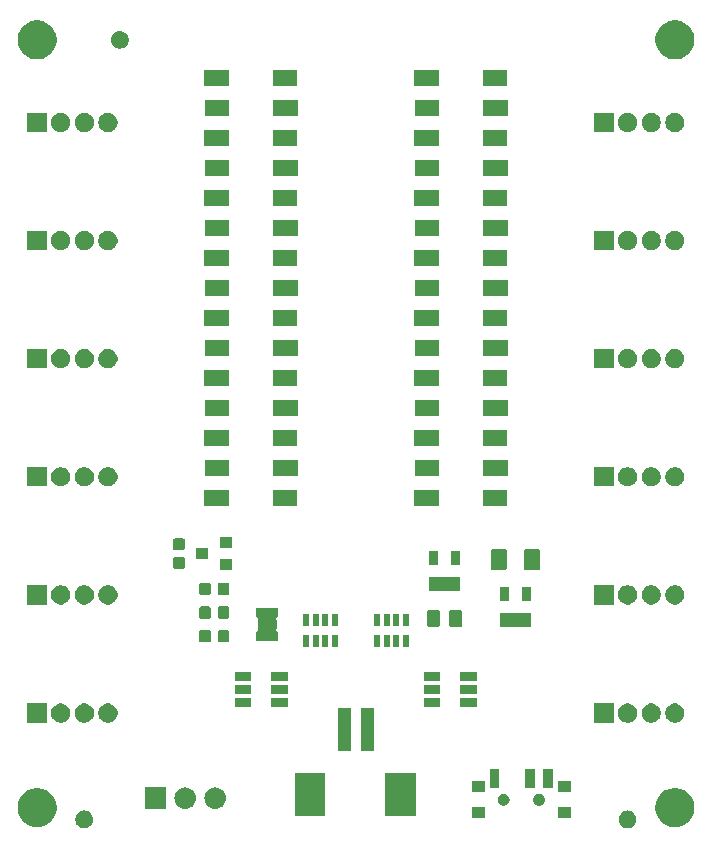
<source format=gbr>
G04 #@! TF.GenerationSoftware,KiCad,Pcbnew,(5.0.1-3-g963ef8bb5)*
G04 #@! TF.CreationDate,2020-03-03T13:58:01+01:00*
G04 #@! TF.ProjectId,studIOTmega_v11,73747564494F546D6567615F7631312E,rev?*
G04 #@! TF.SameCoordinates,Original*
G04 #@! TF.FileFunction,Soldermask,Top*
G04 #@! TF.FilePolarity,Negative*
%FSLAX46Y46*%
G04 Gerber Fmt 4.6, Leading zero omitted, Abs format (unit mm)*
G04 Created by KiCad (PCBNEW (5.0.1-3-g963ef8bb5)) date 2020 March 03, Tuesday 13:58:01*
%MOMM*%
%LPD*%
G01*
G04 APERTURE LIST*
%ADD10C,0.100000*%
G04 APERTURE END LIST*
D10*
G36*
X123146318Y-144264411D02*
X123218767Y-144278822D01*
X123275303Y-144302240D01*
X123355257Y-144335358D01*
X123478100Y-144417439D01*
X123582561Y-144521900D01*
X123664642Y-144644743D01*
X123687944Y-144701000D01*
X123721178Y-144781233D01*
X123721339Y-144782042D01*
X123750000Y-144926130D01*
X123750000Y-145073870D01*
X123721178Y-145218766D01*
X123664642Y-145355257D01*
X123582561Y-145478100D01*
X123478100Y-145582561D01*
X123355257Y-145664642D01*
X123275303Y-145697760D01*
X123218767Y-145721178D01*
X123146318Y-145735589D01*
X123073870Y-145750000D01*
X122926130Y-145750000D01*
X122853682Y-145735589D01*
X122781233Y-145721178D01*
X122724697Y-145697760D01*
X122644743Y-145664642D01*
X122521900Y-145582561D01*
X122417439Y-145478100D01*
X122335358Y-145355257D01*
X122278822Y-145218766D01*
X122250000Y-145073870D01*
X122250000Y-144926130D01*
X122278661Y-144782042D01*
X122278822Y-144781233D01*
X122312056Y-144701000D01*
X122335358Y-144644743D01*
X122417439Y-144521900D01*
X122521900Y-144417439D01*
X122644743Y-144335358D01*
X122724697Y-144302240D01*
X122781233Y-144278822D01*
X122853682Y-144264411D01*
X122926130Y-144250000D01*
X123073870Y-144250000D01*
X123146318Y-144264411D01*
X123146318Y-144264411D01*
G37*
G36*
X77146318Y-144264411D02*
X77218767Y-144278822D01*
X77275303Y-144302240D01*
X77355257Y-144335358D01*
X77478100Y-144417439D01*
X77582561Y-144521900D01*
X77664642Y-144644743D01*
X77687944Y-144701000D01*
X77721178Y-144781233D01*
X77721339Y-144782042D01*
X77750000Y-144926130D01*
X77750000Y-145073870D01*
X77721178Y-145218766D01*
X77664642Y-145355257D01*
X77582561Y-145478100D01*
X77478100Y-145582561D01*
X77355257Y-145664642D01*
X77275303Y-145697760D01*
X77218767Y-145721178D01*
X77146318Y-145735589D01*
X77073870Y-145750000D01*
X76926130Y-145750000D01*
X76853682Y-145735589D01*
X76781233Y-145721178D01*
X76724697Y-145697760D01*
X76644743Y-145664642D01*
X76521900Y-145582561D01*
X76417439Y-145478100D01*
X76335358Y-145355257D01*
X76278822Y-145218766D01*
X76250000Y-145073870D01*
X76250000Y-144926130D01*
X76278661Y-144782042D01*
X76278822Y-144781233D01*
X76312056Y-144701000D01*
X76335358Y-144644743D01*
X76417439Y-144521900D01*
X76521900Y-144417439D01*
X76644743Y-144335358D01*
X76724697Y-144302240D01*
X76781233Y-144278822D01*
X76853682Y-144264411D01*
X76926130Y-144250000D01*
X77073870Y-144250000D01*
X77146318Y-144264411D01*
X77146318Y-144264411D01*
G37*
G36*
X73375256Y-142391298D02*
X73481579Y-142412447D01*
X73782042Y-142536903D01*
X73816332Y-142559815D01*
X74052454Y-142717587D01*
X74282413Y-142947546D01*
X74463098Y-143217960D01*
X74587553Y-143518422D01*
X74627481Y-143719150D01*
X74651000Y-143837391D01*
X74651000Y-144162609D01*
X74587553Y-144481579D01*
X74463097Y-144782042D01*
X74284820Y-145048852D01*
X74282413Y-145052454D01*
X74052454Y-145282413D01*
X74052451Y-145282415D01*
X73782042Y-145463097D01*
X73481579Y-145587553D01*
X73375256Y-145608702D01*
X73162611Y-145651000D01*
X72837389Y-145651000D01*
X72624744Y-145608702D01*
X72518421Y-145587553D01*
X72217958Y-145463097D01*
X71947549Y-145282415D01*
X71947546Y-145282413D01*
X71717587Y-145052454D01*
X71715180Y-145048852D01*
X71536903Y-144782042D01*
X71412447Y-144481579D01*
X71349000Y-144162609D01*
X71349000Y-143837391D01*
X71372520Y-143719150D01*
X71412447Y-143518422D01*
X71536902Y-143217960D01*
X71717587Y-142947546D01*
X71947546Y-142717587D01*
X72183668Y-142559815D01*
X72217958Y-142536903D01*
X72518421Y-142412447D01*
X72624744Y-142391298D01*
X72837389Y-142349000D01*
X73162611Y-142349000D01*
X73375256Y-142391298D01*
X73375256Y-142391298D01*
G37*
G36*
X127375256Y-142391298D02*
X127481579Y-142412447D01*
X127782042Y-142536903D01*
X127816332Y-142559815D01*
X128052454Y-142717587D01*
X128282413Y-142947546D01*
X128463098Y-143217960D01*
X128587553Y-143518422D01*
X128627481Y-143719150D01*
X128651000Y-143837391D01*
X128651000Y-144162609D01*
X128587553Y-144481579D01*
X128463097Y-144782042D01*
X128284820Y-145048852D01*
X128282413Y-145052454D01*
X128052454Y-145282413D01*
X128052451Y-145282415D01*
X127782042Y-145463097D01*
X127481579Y-145587553D01*
X127375256Y-145608702D01*
X127162611Y-145651000D01*
X126837389Y-145651000D01*
X126624744Y-145608702D01*
X126518421Y-145587553D01*
X126217958Y-145463097D01*
X125947549Y-145282415D01*
X125947546Y-145282413D01*
X125717587Y-145052454D01*
X125715180Y-145048852D01*
X125536903Y-144782042D01*
X125412447Y-144481579D01*
X125349000Y-144162609D01*
X125349000Y-143837391D01*
X125372520Y-143719150D01*
X125412447Y-143518422D01*
X125536902Y-143217960D01*
X125717587Y-142947546D01*
X125947546Y-142717587D01*
X126183668Y-142559815D01*
X126217958Y-142536903D01*
X126518421Y-142412447D01*
X126624744Y-142391298D01*
X126837389Y-142349000D01*
X127162611Y-142349000D01*
X127375256Y-142391298D01*
X127375256Y-142391298D01*
G37*
G36*
X118201000Y-144881000D02*
X117099000Y-144881000D01*
X117099000Y-143979000D01*
X118201000Y-143979000D01*
X118201000Y-144881000D01*
X118201000Y-144881000D01*
G37*
G36*
X110901000Y-144881000D02*
X109799000Y-144881000D01*
X109799000Y-143979000D01*
X110901000Y-143979000D01*
X110901000Y-144881000D01*
X110901000Y-144881000D01*
G37*
G36*
X105101000Y-144701000D02*
X102499000Y-144701000D01*
X102499000Y-141099000D01*
X105101000Y-141099000D01*
X105101000Y-144701000D01*
X105101000Y-144701000D01*
G37*
G36*
X97401000Y-144701000D02*
X94799000Y-144701000D01*
X94799000Y-141099000D01*
X97401000Y-141099000D01*
X97401000Y-144701000D01*
X97401000Y-144701000D01*
G37*
G36*
X85650442Y-142305518D02*
X85716627Y-142312037D01*
X85829853Y-142346384D01*
X85886467Y-142363557D01*
X85977932Y-142412447D01*
X86042991Y-142447222D01*
X86078729Y-142476552D01*
X86180186Y-142559814D01*
X86263448Y-142661271D01*
X86292778Y-142697009D01*
X86292779Y-142697011D01*
X86376443Y-142853533D01*
X86376443Y-142853534D01*
X86427963Y-143023373D01*
X86445359Y-143200000D01*
X86427963Y-143376627D01*
X86397777Y-143476136D01*
X86376443Y-143546467D01*
X86321440Y-143649369D01*
X86292778Y-143702991D01*
X86279515Y-143719152D01*
X86180186Y-143840186D01*
X86078729Y-143923448D01*
X86042991Y-143952778D01*
X86042989Y-143952779D01*
X85886467Y-144036443D01*
X85829853Y-144053616D01*
X85716627Y-144087963D01*
X85650442Y-144094482D01*
X85584260Y-144101000D01*
X85495740Y-144101000D01*
X85429558Y-144094482D01*
X85363373Y-144087963D01*
X85250147Y-144053616D01*
X85193533Y-144036443D01*
X85037011Y-143952779D01*
X85037009Y-143952778D01*
X85001271Y-143923448D01*
X84899814Y-143840186D01*
X84800485Y-143719152D01*
X84787222Y-143702991D01*
X84758560Y-143649369D01*
X84703557Y-143546467D01*
X84682223Y-143476136D01*
X84652037Y-143376627D01*
X84634641Y-143200000D01*
X84652037Y-143023373D01*
X84703557Y-142853534D01*
X84703557Y-142853533D01*
X84787221Y-142697011D01*
X84787222Y-142697009D01*
X84816552Y-142661271D01*
X84899814Y-142559814D01*
X85001271Y-142476552D01*
X85037009Y-142447222D01*
X85102068Y-142412447D01*
X85193533Y-142363557D01*
X85250147Y-142346384D01*
X85363373Y-142312037D01*
X85429558Y-142305518D01*
X85495740Y-142299000D01*
X85584260Y-142299000D01*
X85650442Y-142305518D01*
X85650442Y-142305518D01*
G37*
G36*
X83901000Y-144101000D02*
X82099000Y-144101000D01*
X82099000Y-142299000D01*
X83901000Y-142299000D01*
X83901000Y-144101000D01*
X83901000Y-144101000D01*
G37*
G36*
X88190442Y-142305518D02*
X88256627Y-142312037D01*
X88369853Y-142346384D01*
X88426467Y-142363557D01*
X88517932Y-142412447D01*
X88582991Y-142447222D01*
X88618729Y-142476552D01*
X88720186Y-142559814D01*
X88803448Y-142661271D01*
X88832778Y-142697009D01*
X88832779Y-142697011D01*
X88916443Y-142853533D01*
X88916443Y-142853534D01*
X88967963Y-143023373D01*
X88985359Y-143200000D01*
X88967963Y-143376627D01*
X88937777Y-143476136D01*
X88916443Y-143546467D01*
X88861440Y-143649369D01*
X88832778Y-143702991D01*
X88819515Y-143719152D01*
X88720186Y-143840186D01*
X88618729Y-143923448D01*
X88582991Y-143952778D01*
X88582989Y-143952779D01*
X88426467Y-144036443D01*
X88369853Y-144053616D01*
X88256627Y-144087963D01*
X88190442Y-144094482D01*
X88124260Y-144101000D01*
X88035740Y-144101000D01*
X87969558Y-144094482D01*
X87903373Y-144087963D01*
X87790147Y-144053616D01*
X87733533Y-144036443D01*
X87577011Y-143952779D01*
X87577009Y-143952778D01*
X87541271Y-143923448D01*
X87439814Y-143840186D01*
X87340485Y-143719152D01*
X87327222Y-143702991D01*
X87298560Y-143649369D01*
X87243557Y-143546467D01*
X87222223Y-143476136D01*
X87192037Y-143376627D01*
X87174641Y-143200000D01*
X87192037Y-143023373D01*
X87243557Y-142853534D01*
X87243557Y-142853533D01*
X87327221Y-142697011D01*
X87327222Y-142697009D01*
X87356552Y-142661271D01*
X87439814Y-142559814D01*
X87541271Y-142476552D01*
X87577009Y-142447222D01*
X87642068Y-142412447D01*
X87733533Y-142363557D01*
X87790147Y-142346384D01*
X87903373Y-142312037D01*
X87969558Y-142305518D01*
X88035740Y-142299000D01*
X88124260Y-142299000D01*
X88190442Y-142305518D01*
X88190442Y-142305518D01*
G37*
G36*
X115646136Y-142848253D02*
X115737312Y-142886019D01*
X115819372Y-142940850D01*
X115889150Y-143010628D01*
X115943981Y-143092688D01*
X115981747Y-143183864D01*
X116001000Y-143280656D01*
X116001000Y-143379344D01*
X115981747Y-143476136D01*
X115943981Y-143567312D01*
X115889150Y-143649372D01*
X115819372Y-143719150D01*
X115737312Y-143773981D01*
X115646136Y-143811747D01*
X115549344Y-143831000D01*
X115450656Y-143831000D01*
X115353864Y-143811747D01*
X115262688Y-143773981D01*
X115180628Y-143719150D01*
X115110850Y-143649372D01*
X115056019Y-143567312D01*
X115018253Y-143476136D01*
X114999000Y-143379344D01*
X114999000Y-143280656D01*
X115018253Y-143183864D01*
X115056019Y-143092688D01*
X115110850Y-143010628D01*
X115180628Y-142940850D01*
X115262688Y-142886019D01*
X115353864Y-142848253D01*
X115450656Y-142829000D01*
X115549344Y-142829000D01*
X115646136Y-142848253D01*
X115646136Y-142848253D01*
G37*
G36*
X112646136Y-142848253D02*
X112737312Y-142886019D01*
X112819372Y-142940850D01*
X112889150Y-143010628D01*
X112943981Y-143092688D01*
X112981747Y-143183864D01*
X113001000Y-143280656D01*
X113001000Y-143379344D01*
X112981747Y-143476136D01*
X112943981Y-143567312D01*
X112889150Y-143649372D01*
X112819372Y-143719150D01*
X112737312Y-143773981D01*
X112646136Y-143811747D01*
X112549344Y-143831000D01*
X112450656Y-143831000D01*
X112353864Y-143811747D01*
X112262688Y-143773981D01*
X112180628Y-143719150D01*
X112110850Y-143649372D01*
X112056019Y-143567312D01*
X112018253Y-143476136D01*
X111999000Y-143379344D01*
X111999000Y-143280656D01*
X112018253Y-143183864D01*
X112056019Y-143092688D01*
X112110850Y-143010628D01*
X112180628Y-142940850D01*
X112262688Y-142886019D01*
X112353864Y-142848253D01*
X112450656Y-142829000D01*
X112549344Y-142829000D01*
X112646136Y-142848253D01*
X112646136Y-142848253D01*
G37*
G36*
X110901000Y-142671000D02*
X109799000Y-142671000D01*
X109799000Y-141769000D01*
X110901000Y-141769000D01*
X110901000Y-142671000D01*
X110901000Y-142671000D01*
G37*
G36*
X118201000Y-142671000D02*
X117099000Y-142671000D01*
X117099000Y-141769000D01*
X118201000Y-141769000D01*
X118201000Y-142671000D01*
X118201000Y-142671000D01*
G37*
G36*
X112151000Y-142371000D02*
X111349000Y-142371000D01*
X111349000Y-140769000D01*
X112151000Y-140769000D01*
X112151000Y-142371000D01*
X112151000Y-142371000D01*
G37*
G36*
X116651000Y-142371000D02*
X115849000Y-142371000D01*
X115849000Y-140769000D01*
X116651000Y-140769000D01*
X116651000Y-142371000D01*
X116651000Y-142371000D01*
G37*
G36*
X115151000Y-142371000D02*
X114349000Y-142371000D01*
X114349000Y-140769000D01*
X115151000Y-140769000D01*
X115151000Y-142371000D01*
X115151000Y-142371000D01*
G37*
G36*
X101551000Y-139201000D02*
X100449000Y-139201000D01*
X100449000Y-135599000D01*
X101551000Y-135599000D01*
X101551000Y-139201000D01*
X101551000Y-139201000D01*
G37*
G36*
X99551000Y-139201000D02*
X98449000Y-139201000D01*
X98449000Y-135599000D01*
X99551000Y-135599000D01*
X99551000Y-139201000D01*
X99551000Y-139201000D01*
G37*
G36*
X127237142Y-135218242D02*
X127385102Y-135279530D01*
X127518258Y-135368502D01*
X127631498Y-135481742D01*
X127720470Y-135614898D01*
X127781758Y-135762858D01*
X127813000Y-135919925D01*
X127813000Y-136080075D01*
X127781758Y-136237142D01*
X127720470Y-136385102D01*
X127631498Y-136518258D01*
X127518258Y-136631498D01*
X127385102Y-136720470D01*
X127237142Y-136781758D01*
X127080075Y-136813000D01*
X126919925Y-136813000D01*
X126762858Y-136781758D01*
X126614898Y-136720470D01*
X126481742Y-136631498D01*
X126368502Y-136518258D01*
X126279530Y-136385102D01*
X126218242Y-136237142D01*
X126187000Y-136080075D01*
X126187000Y-135919925D01*
X126218242Y-135762858D01*
X126279530Y-135614898D01*
X126368502Y-135481742D01*
X126481742Y-135368502D01*
X126614898Y-135279530D01*
X126762858Y-135218242D01*
X126919925Y-135187000D01*
X127080075Y-135187000D01*
X127237142Y-135218242D01*
X127237142Y-135218242D01*
G37*
G36*
X125237142Y-135218242D02*
X125385102Y-135279530D01*
X125518258Y-135368502D01*
X125631498Y-135481742D01*
X125720470Y-135614898D01*
X125781758Y-135762858D01*
X125813000Y-135919925D01*
X125813000Y-136080075D01*
X125781758Y-136237142D01*
X125720470Y-136385102D01*
X125631498Y-136518258D01*
X125518258Y-136631498D01*
X125385102Y-136720470D01*
X125237142Y-136781758D01*
X125080075Y-136813000D01*
X124919925Y-136813000D01*
X124762858Y-136781758D01*
X124614898Y-136720470D01*
X124481742Y-136631498D01*
X124368502Y-136518258D01*
X124279530Y-136385102D01*
X124218242Y-136237142D01*
X124187000Y-136080075D01*
X124187000Y-135919925D01*
X124218242Y-135762858D01*
X124279530Y-135614898D01*
X124368502Y-135481742D01*
X124481742Y-135368502D01*
X124614898Y-135279530D01*
X124762858Y-135218242D01*
X124919925Y-135187000D01*
X125080075Y-135187000D01*
X125237142Y-135218242D01*
X125237142Y-135218242D01*
G37*
G36*
X123237142Y-135218242D02*
X123385102Y-135279530D01*
X123518258Y-135368502D01*
X123631498Y-135481742D01*
X123720470Y-135614898D01*
X123781758Y-135762858D01*
X123813000Y-135919925D01*
X123813000Y-136080075D01*
X123781758Y-136237142D01*
X123720470Y-136385102D01*
X123631498Y-136518258D01*
X123518258Y-136631498D01*
X123385102Y-136720470D01*
X123237142Y-136781758D01*
X123080075Y-136813000D01*
X122919925Y-136813000D01*
X122762858Y-136781758D01*
X122614898Y-136720470D01*
X122481742Y-136631498D01*
X122368502Y-136518258D01*
X122279530Y-136385102D01*
X122218242Y-136237142D01*
X122187000Y-136080075D01*
X122187000Y-135919925D01*
X122218242Y-135762858D01*
X122279530Y-135614898D01*
X122368502Y-135481742D01*
X122481742Y-135368502D01*
X122614898Y-135279530D01*
X122762858Y-135218242D01*
X122919925Y-135187000D01*
X123080075Y-135187000D01*
X123237142Y-135218242D01*
X123237142Y-135218242D01*
G37*
G36*
X121813000Y-136813000D02*
X120187000Y-136813000D01*
X120187000Y-135187000D01*
X121813000Y-135187000D01*
X121813000Y-136813000D01*
X121813000Y-136813000D01*
G37*
G36*
X79237142Y-135218242D02*
X79385102Y-135279530D01*
X79518258Y-135368502D01*
X79631498Y-135481742D01*
X79720470Y-135614898D01*
X79781758Y-135762858D01*
X79813000Y-135919925D01*
X79813000Y-136080075D01*
X79781758Y-136237142D01*
X79720470Y-136385102D01*
X79631498Y-136518258D01*
X79518258Y-136631498D01*
X79385102Y-136720470D01*
X79237142Y-136781758D01*
X79080075Y-136813000D01*
X78919925Y-136813000D01*
X78762858Y-136781758D01*
X78614898Y-136720470D01*
X78481742Y-136631498D01*
X78368502Y-136518258D01*
X78279530Y-136385102D01*
X78218242Y-136237142D01*
X78187000Y-136080075D01*
X78187000Y-135919925D01*
X78218242Y-135762858D01*
X78279530Y-135614898D01*
X78368502Y-135481742D01*
X78481742Y-135368502D01*
X78614898Y-135279530D01*
X78762858Y-135218242D01*
X78919925Y-135187000D01*
X79080075Y-135187000D01*
X79237142Y-135218242D01*
X79237142Y-135218242D01*
G37*
G36*
X77237142Y-135218242D02*
X77385102Y-135279530D01*
X77518258Y-135368502D01*
X77631498Y-135481742D01*
X77720470Y-135614898D01*
X77781758Y-135762858D01*
X77813000Y-135919925D01*
X77813000Y-136080075D01*
X77781758Y-136237142D01*
X77720470Y-136385102D01*
X77631498Y-136518258D01*
X77518258Y-136631498D01*
X77385102Y-136720470D01*
X77237142Y-136781758D01*
X77080075Y-136813000D01*
X76919925Y-136813000D01*
X76762858Y-136781758D01*
X76614898Y-136720470D01*
X76481742Y-136631498D01*
X76368502Y-136518258D01*
X76279530Y-136385102D01*
X76218242Y-136237142D01*
X76187000Y-136080075D01*
X76187000Y-135919925D01*
X76218242Y-135762858D01*
X76279530Y-135614898D01*
X76368502Y-135481742D01*
X76481742Y-135368502D01*
X76614898Y-135279530D01*
X76762858Y-135218242D01*
X76919925Y-135187000D01*
X77080075Y-135187000D01*
X77237142Y-135218242D01*
X77237142Y-135218242D01*
G37*
G36*
X75237142Y-135218242D02*
X75385102Y-135279530D01*
X75518258Y-135368502D01*
X75631498Y-135481742D01*
X75720470Y-135614898D01*
X75781758Y-135762858D01*
X75813000Y-135919925D01*
X75813000Y-136080075D01*
X75781758Y-136237142D01*
X75720470Y-136385102D01*
X75631498Y-136518258D01*
X75518258Y-136631498D01*
X75385102Y-136720470D01*
X75237142Y-136781758D01*
X75080075Y-136813000D01*
X74919925Y-136813000D01*
X74762858Y-136781758D01*
X74614898Y-136720470D01*
X74481742Y-136631498D01*
X74368502Y-136518258D01*
X74279530Y-136385102D01*
X74218242Y-136237142D01*
X74187000Y-136080075D01*
X74187000Y-135919925D01*
X74218242Y-135762858D01*
X74279530Y-135614898D01*
X74368502Y-135481742D01*
X74481742Y-135368502D01*
X74614898Y-135279530D01*
X74762858Y-135218242D01*
X74919925Y-135187000D01*
X75080075Y-135187000D01*
X75237142Y-135218242D01*
X75237142Y-135218242D01*
G37*
G36*
X73813000Y-136813000D02*
X72187000Y-136813000D01*
X72187000Y-135187000D01*
X73813000Y-135187000D01*
X73813000Y-136813000D01*
X73813000Y-136813000D01*
G37*
G36*
X107151000Y-135501000D02*
X105749000Y-135501000D01*
X105749000Y-134699000D01*
X107151000Y-134699000D01*
X107151000Y-135501000D01*
X107151000Y-135501000D01*
G37*
G36*
X110251000Y-135501000D02*
X108849000Y-135501000D01*
X108849000Y-134699000D01*
X110251000Y-134699000D01*
X110251000Y-135501000D01*
X110251000Y-135501000D01*
G37*
G36*
X94251000Y-135501000D02*
X92849000Y-135501000D01*
X92849000Y-134699000D01*
X94251000Y-134699000D01*
X94251000Y-135501000D01*
X94251000Y-135501000D01*
G37*
G36*
X91151000Y-135501000D02*
X89749000Y-135501000D01*
X89749000Y-134699000D01*
X91151000Y-134699000D01*
X91151000Y-135501000D01*
X91151000Y-135501000D01*
G37*
G36*
X107151000Y-134401000D02*
X105749000Y-134401000D01*
X105749000Y-133599000D01*
X107151000Y-133599000D01*
X107151000Y-134401000D01*
X107151000Y-134401000D01*
G37*
G36*
X110251000Y-134401000D02*
X108849000Y-134401000D01*
X108849000Y-133599000D01*
X110251000Y-133599000D01*
X110251000Y-134401000D01*
X110251000Y-134401000D01*
G37*
G36*
X94251000Y-134401000D02*
X92849000Y-134401000D01*
X92849000Y-133599000D01*
X94251000Y-133599000D01*
X94251000Y-134401000D01*
X94251000Y-134401000D01*
G37*
G36*
X91151000Y-134401000D02*
X89749000Y-134401000D01*
X89749000Y-133599000D01*
X91151000Y-133599000D01*
X91151000Y-134401000D01*
X91151000Y-134401000D01*
G37*
G36*
X107151000Y-133301000D02*
X105749000Y-133301000D01*
X105749000Y-132499000D01*
X107151000Y-132499000D01*
X107151000Y-133301000D01*
X107151000Y-133301000D01*
G37*
G36*
X94251000Y-133301000D02*
X92849000Y-133301000D01*
X92849000Y-132499000D01*
X94251000Y-132499000D01*
X94251000Y-133301000D01*
X94251000Y-133301000D01*
G37*
G36*
X91151000Y-133301000D02*
X89749000Y-133301000D01*
X89749000Y-132499000D01*
X91151000Y-132499000D01*
X91151000Y-133301000D01*
X91151000Y-133301000D01*
G37*
G36*
X110251000Y-133301000D02*
X108849000Y-133301000D01*
X108849000Y-132499000D01*
X110251000Y-132499000D01*
X110251000Y-133301000D01*
X110251000Y-133301000D01*
G37*
G36*
X102051000Y-130401000D02*
X101549000Y-130401000D01*
X101549000Y-129399000D01*
X102051000Y-129399000D01*
X102051000Y-130401000D01*
X102051000Y-130401000D01*
G37*
G36*
X98451000Y-130401000D02*
X97949000Y-130401000D01*
X97949000Y-129399000D01*
X98451000Y-129399000D01*
X98451000Y-130401000D01*
X98451000Y-130401000D01*
G37*
G36*
X97651000Y-130401000D02*
X97149000Y-130401000D01*
X97149000Y-129399000D01*
X97651000Y-129399000D01*
X97651000Y-130401000D01*
X97651000Y-130401000D01*
G37*
G36*
X102851000Y-130401000D02*
X102349000Y-130401000D01*
X102349000Y-129399000D01*
X102851000Y-129399000D01*
X102851000Y-130401000D01*
X102851000Y-130401000D01*
G37*
G36*
X96051000Y-130401000D02*
X95549000Y-130401000D01*
X95549000Y-129399000D01*
X96051000Y-129399000D01*
X96051000Y-130401000D01*
X96051000Y-130401000D01*
G37*
G36*
X103651000Y-130401000D02*
X103149000Y-130401000D01*
X103149000Y-129399000D01*
X103651000Y-129399000D01*
X103651000Y-130401000D01*
X103651000Y-130401000D01*
G37*
G36*
X104451000Y-130401000D02*
X103949000Y-130401000D01*
X103949000Y-129399000D01*
X104451000Y-129399000D01*
X104451000Y-130401000D01*
X104451000Y-130401000D01*
G37*
G36*
X96851000Y-130401000D02*
X96349000Y-130401000D01*
X96349000Y-129399000D01*
X96851000Y-129399000D01*
X96851000Y-130401000D01*
X96851000Y-130401000D01*
G37*
G36*
X87554591Y-128978085D02*
X87588569Y-128988393D01*
X87619887Y-129005133D01*
X87647339Y-129027661D01*
X87669867Y-129055113D01*
X87686607Y-129086431D01*
X87696915Y-129120409D01*
X87701000Y-129161890D01*
X87701000Y-129838110D01*
X87696915Y-129879591D01*
X87686607Y-129913569D01*
X87669867Y-129944887D01*
X87647339Y-129972339D01*
X87619887Y-129994867D01*
X87588569Y-130011607D01*
X87554591Y-130021915D01*
X87513110Y-130026000D01*
X86911890Y-130026000D01*
X86870409Y-130021915D01*
X86836431Y-130011607D01*
X86805113Y-129994867D01*
X86777661Y-129972339D01*
X86755133Y-129944887D01*
X86738393Y-129913569D01*
X86728085Y-129879591D01*
X86724000Y-129838110D01*
X86724000Y-129161890D01*
X86728085Y-129120409D01*
X86738393Y-129086431D01*
X86755133Y-129055113D01*
X86777661Y-129027661D01*
X86805113Y-129005133D01*
X86836431Y-128988393D01*
X86870409Y-128978085D01*
X86911890Y-128974000D01*
X87513110Y-128974000D01*
X87554591Y-128978085D01*
X87554591Y-128978085D01*
G37*
G36*
X89129591Y-128978085D02*
X89163569Y-128988393D01*
X89194887Y-129005133D01*
X89222339Y-129027661D01*
X89244867Y-129055113D01*
X89261607Y-129086431D01*
X89271915Y-129120409D01*
X89276000Y-129161890D01*
X89276000Y-129838110D01*
X89271915Y-129879591D01*
X89261607Y-129913569D01*
X89244867Y-129944887D01*
X89222339Y-129972339D01*
X89194887Y-129994867D01*
X89163569Y-130011607D01*
X89129591Y-130021915D01*
X89088110Y-130026000D01*
X88486890Y-130026000D01*
X88445409Y-130021915D01*
X88411431Y-130011607D01*
X88380113Y-129994867D01*
X88352661Y-129972339D01*
X88330133Y-129944887D01*
X88313393Y-129913569D01*
X88303085Y-129879591D01*
X88299000Y-129838110D01*
X88299000Y-129161890D01*
X88303085Y-129120409D01*
X88313393Y-129086431D01*
X88330133Y-129055113D01*
X88352661Y-129027661D01*
X88380113Y-129005133D01*
X88411431Y-128988393D01*
X88445409Y-128978085D01*
X88486890Y-128974000D01*
X89088110Y-128974000D01*
X89129591Y-128978085D01*
X89129591Y-128978085D01*
G37*
G36*
X91905357Y-127100083D02*
X91910028Y-127101500D01*
X91914330Y-127103800D01*
X91920705Y-127109031D01*
X91941080Y-127122644D01*
X91963719Y-127132020D01*
X91987753Y-127136800D01*
X92012257Y-127136799D01*
X92036291Y-127132017D01*
X92058929Y-127122639D01*
X92079295Y-127109031D01*
X92085670Y-127103800D01*
X92089972Y-127101500D01*
X92094643Y-127100083D01*
X92105641Y-127099000D01*
X92394359Y-127099000D01*
X92405357Y-127100083D01*
X92410028Y-127101500D01*
X92414330Y-127103800D01*
X92420705Y-127109031D01*
X92441080Y-127122644D01*
X92463719Y-127132020D01*
X92487753Y-127136800D01*
X92512257Y-127136799D01*
X92536291Y-127132017D01*
X92558929Y-127122639D01*
X92579295Y-127109031D01*
X92585670Y-127103800D01*
X92589972Y-127101500D01*
X92594643Y-127100083D01*
X92605641Y-127099000D01*
X92894359Y-127099000D01*
X92905357Y-127100083D01*
X92910028Y-127101500D01*
X92914330Y-127103800D01*
X92920705Y-127109031D01*
X92941080Y-127122644D01*
X92963719Y-127132020D01*
X92987753Y-127136800D01*
X93012257Y-127136799D01*
X93036291Y-127132017D01*
X93058929Y-127122639D01*
X93079295Y-127109031D01*
X93085670Y-127103800D01*
X93089972Y-127101500D01*
X93094643Y-127100083D01*
X93105641Y-127099000D01*
X93394359Y-127099000D01*
X93405357Y-127100083D01*
X93410028Y-127101500D01*
X93414330Y-127103800D01*
X93418104Y-127106896D01*
X93421200Y-127110670D01*
X93423500Y-127114972D01*
X93424917Y-127119643D01*
X93426000Y-127130641D01*
X93426000Y-127869359D01*
X93424917Y-127880357D01*
X93423500Y-127885028D01*
X93421200Y-127889330D01*
X93418104Y-127893104D01*
X93414330Y-127896200D01*
X93410028Y-127898500D01*
X93405357Y-127899917D01*
X93394359Y-127901000D01*
X93380141Y-127901000D01*
X93355755Y-127903402D01*
X93332306Y-127910515D01*
X93310695Y-127922066D01*
X93291753Y-127937612D01*
X93276207Y-127956554D01*
X93264656Y-127978165D01*
X93257543Y-128001614D01*
X93255141Y-128026000D01*
X93257543Y-128050386D01*
X93264656Y-128073835D01*
X93269901Y-128084926D01*
X93286132Y-128115292D01*
X93296795Y-128150440D01*
X93301000Y-128193140D01*
X93301000Y-128806860D01*
X93296795Y-128849560D01*
X93286132Y-128884708D01*
X93269901Y-128915074D01*
X93260524Y-128937713D01*
X93255743Y-128961747D01*
X93255743Y-128986251D01*
X93260523Y-129010285D01*
X93269900Y-129032924D01*
X93283514Y-129053298D01*
X93300841Y-129070626D01*
X93321215Y-129084240D01*
X93343854Y-129093617D01*
X93367888Y-129098398D01*
X93380141Y-129099000D01*
X93394359Y-129099000D01*
X93405357Y-129100083D01*
X93410028Y-129101500D01*
X93414330Y-129103800D01*
X93418104Y-129106896D01*
X93421200Y-129110670D01*
X93423500Y-129114972D01*
X93424917Y-129119643D01*
X93426000Y-129130641D01*
X93426000Y-129869359D01*
X93424917Y-129880357D01*
X93423500Y-129885028D01*
X93421200Y-129889330D01*
X93418104Y-129893104D01*
X93414330Y-129896200D01*
X93410028Y-129898500D01*
X93405357Y-129899917D01*
X93394359Y-129901000D01*
X93105641Y-129901000D01*
X93094643Y-129899917D01*
X93089972Y-129898500D01*
X93085670Y-129896200D01*
X93079295Y-129890969D01*
X93058920Y-129877356D01*
X93036281Y-129867980D01*
X93012247Y-129863200D01*
X92987743Y-129863201D01*
X92963709Y-129867983D01*
X92941071Y-129877361D01*
X92920705Y-129890969D01*
X92914330Y-129896200D01*
X92910028Y-129898500D01*
X92905357Y-129899917D01*
X92894359Y-129901000D01*
X92605641Y-129901000D01*
X92594643Y-129899917D01*
X92589972Y-129898500D01*
X92585670Y-129896200D01*
X92579295Y-129890969D01*
X92558920Y-129877356D01*
X92536281Y-129867980D01*
X92512247Y-129863200D01*
X92487743Y-129863201D01*
X92463709Y-129867983D01*
X92441071Y-129877361D01*
X92420705Y-129890969D01*
X92414330Y-129896200D01*
X92410028Y-129898500D01*
X92405357Y-129899917D01*
X92394359Y-129901000D01*
X92105641Y-129901000D01*
X92094643Y-129899917D01*
X92089972Y-129898500D01*
X92085670Y-129896200D01*
X92079295Y-129890969D01*
X92058920Y-129877356D01*
X92036281Y-129867980D01*
X92012247Y-129863200D01*
X91987743Y-129863201D01*
X91963709Y-129867983D01*
X91941071Y-129877361D01*
X91920705Y-129890969D01*
X91914330Y-129896200D01*
X91910028Y-129898500D01*
X91905357Y-129899917D01*
X91894359Y-129901000D01*
X91605641Y-129901000D01*
X91594643Y-129899917D01*
X91589972Y-129898500D01*
X91585670Y-129896200D01*
X91581896Y-129893104D01*
X91578800Y-129889330D01*
X91576500Y-129885028D01*
X91575083Y-129880357D01*
X91574000Y-129869359D01*
X91574000Y-129130641D01*
X91575083Y-129119643D01*
X91576500Y-129114972D01*
X91578800Y-129110670D01*
X91581896Y-129106896D01*
X91585670Y-129103800D01*
X91589972Y-129101500D01*
X91594643Y-129100083D01*
X91605641Y-129099000D01*
X91619859Y-129099000D01*
X91644245Y-129096598D01*
X91667694Y-129089485D01*
X91689305Y-129077934D01*
X91708247Y-129062388D01*
X91723793Y-129043446D01*
X91735344Y-129021835D01*
X91742457Y-128998386D01*
X91744859Y-128974000D01*
X91742457Y-128949614D01*
X91735344Y-128926165D01*
X91730099Y-128915074D01*
X91713868Y-128884708D01*
X91703205Y-128849560D01*
X91699000Y-128806860D01*
X91699000Y-128193140D01*
X91703205Y-128150440D01*
X91713868Y-128115292D01*
X91730099Y-128084926D01*
X91739476Y-128062287D01*
X91744257Y-128038253D01*
X91744257Y-128013749D01*
X91739477Y-127989715D01*
X91730100Y-127967076D01*
X91716486Y-127946702D01*
X91699159Y-127929374D01*
X91678785Y-127915760D01*
X91656146Y-127906383D01*
X91632112Y-127901602D01*
X91619859Y-127901000D01*
X91605641Y-127901000D01*
X91594643Y-127899917D01*
X91589972Y-127898500D01*
X91585670Y-127896200D01*
X91581896Y-127893104D01*
X91578800Y-127889330D01*
X91576500Y-127885028D01*
X91575083Y-127880357D01*
X91574000Y-127869359D01*
X91574000Y-127130641D01*
X91575083Y-127119643D01*
X91576500Y-127114972D01*
X91578800Y-127110670D01*
X91581896Y-127106896D01*
X91585670Y-127103800D01*
X91589972Y-127101500D01*
X91594643Y-127100083D01*
X91605641Y-127099000D01*
X91894359Y-127099000D01*
X91905357Y-127100083D01*
X91905357Y-127100083D01*
G37*
G36*
X108809466Y-127253565D02*
X108848137Y-127265296D01*
X108883779Y-127284348D01*
X108915017Y-127309983D01*
X108940652Y-127341221D01*
X108959704Y-127376863D01*
X108971435Y-127415534D01*
X108976000Y-127461888D01*
X108976000Y-128538112D01*
X108971435Y-128584466D01*
X108959704Y-128623137D01*
X108940652Y-128658779D01*
X108915017Y-128690017D01*
X108883779Y-128715652D01*
X108848137Y-128734704D01*
X108809466Y-128746435D01*
X108763112Y-128751000D01*
X108111888Y-128751000D01*
X108065534Y-128746435D01*
X108026863Y-128734704D01*
X107991221Y-128715652D01*
X107959983Y-128690017D01*
X107934348Y-128658779D01*
X107915296Y-128623137D01*
X107903565Y-128584466D01*
X107899000Y-128538112D01*
X107899000Y-127461888D01*
X107903565Y-127415534D01*
X107915296Y-127376863D01*
X107934348Y-127341221D01*
X107959983Y-127309983D01*
X107991221Y-127284348D01*
X108026863Y-127265296D01*
X108065534Y-127253565D01*
X108111888Y-127249000D01*
X108763112Y-127249000D01*
X108809466Y-127253565D01*
X108809466Y-127253565D01*
G37*
G36*
X106934466Y-127253565D02*
X106973137Y-127265296D01*
X107008779Y-127284348D01*
X107040017Y-127309983D01*
X107065652Y-127341221D01*
X107084704Y-127376863D01*
X107096435Y-127415534D01*
X107101000Y-127461888D01*
X107101000Y-128538112D01*
X107096435Y-128584466D01*
X107084704Y-128623137D01*
X107065652Y-128658779D01*
X107040017Y-128690017D01*
X107008779Y-128715652D01*
X106973137Y-128734704D01*
X106934466Y-128746435D01*
X106888112Y-128751000D01*
X106236888Y-128751000D01*
X106190534Y-128746435D01*
X106151863Y-128734704D01*
X106116221Y-128715652D01*
X106084983Y-128690017D01*
X106059348Y-128658779D01*
X106040296Y-128623137D01*
X106028565Y-128584466D01*
X106024000Y-128538112D01*
X106024000Y-127461888D01*
X106028565Y-127415534D01*
X106040296Y-127376863D01*
X106059348Y-127341221D01*
X106084983Y-127309983D01*
X106116221Y-127284348D01*
X106151863Y-127265296D01*
X106190534Y-127253565D01*
X106236888Y-127249000D01*
X106888112Y-127249000D01*
X106934466Y-127253565D01*
X106934466Y-127253565D01*
G37*
G36*
X114826000Y-128681000D02*
X112174000Y-128681000D01*
X112174000Y-127519000D01*
X114826000Y-127519000D01*
X114826000Y-128681000D01*
X114826000Y-128681000D01*
G37*
G36*
X96851000Y-128601000D02*
X96349000Y-128601000D01*
X96349000Y-127599000D01*
X96851000Y-127599000D01*
X96851000Y-128601000D01*
X96851000Y-128601000D01*
G37*
G36*
X96051000Y-128601000D02*
X95549000Y-128601000D01*
X95549000Y-127599000D01*
X96051000Y-127599000D01*
X96051000Y-128601000D01*
X96051000Y-128601000D01*
G37*
G36*
X102051000Y-128601000D02*
X101549000Y-128601000D01*
X101549000Y-127599000D01*
X102051000Y-127599000D01*
X102051000Y-128601000D01*
X102051000Y-128601000D01*
G37*
G36*
X102851000Y-128601000D02*
X102349000Y-128601000D01*
X102349000Y-127599000D01*
X102851000Y-127599000D01*
X102851000Y-128601000D01*
X102851000Y-128601000D01*
G37*
G36*
X103651000Y-128601000D02*
X103149000Y-128601000D01*
X103149000Y-127599000D01*
X103651000Y-127599000D01*
X103651000Y-128601000D01*
X103651000Y-128601000D01*
G37*
G36*
X104451000Y-128601000D02*
X103949000Y-128601000D01*
X103949000Y-127599000D01*
X104451000Y-127599000D01*
X104451000Y-128601000D01*
X104451000Y-128601000D01*
G37*
G36*
X97651000Y-128601000D02*
X97149000Y-128601000D01*
X97149000Y-127599000D01*
X97651000Y-127599000D01*
X97651000Y-128601000D01*
X97651000Y-128601000D01*
G37*
G36*
X98451000Y-128601000D02*
X97949000Y-128601000D01*
X97949000Y-127599000D01*
X98451000Y-127599000D01*
X98451000Y-128601000D01*
X98451000Y-128601000D01*
G37*
G36*
X89129591Y-126978085D02*
X89163569Y-126988393D01*
X89194887Y-127005133D01*
X89222339Y-127027661D01*
X89244867Y-127055113D01*
X89261607Y-127086431D01*
X89271915Y-127120409D01*
X89276000Y-127161890D01*
X89276000Y-127838110D01*
X89271915Y-127879591D01*
X89261607Y-127913569D01*
X89244867Y-127944887D01*
X89222339Y-127972339D01*
X89194887Y-127994867D01*
X89163569Y-128011607D01*
X89129591Y-128021915D01*
X89088110Y-128026000D01*
X88486890Y-128026000D01*
X88445409Y-128021915D01*
X88411431Y-128011607D01*
X88380113Y-127994867D01*
X88352661Y-127972339D01*
X88330133Y-127944887D01*
X88313393Y-127913569D01*
X88303085Y-127879591D01*
X88299000Y-127838110D01*
X88299000Y-127161890D01*
X88303085Y-127120409D01*
X88313393Y-127086431D01*
X88330133Y-127055113D01*
X88352661Y-127027661D01*
X88380113Y-127005133D01*
X88411431Y-126988393D01*
X88445409Y-126978085D01*
X88486890Y-126974000D01*
X89088110Y-126974000D01*
X89129591Y-126978085D01*
X89129591Y-126978085D01*
G37*
G36*
X87554591Y-126978085D02*
X87588569Y-126988393D01*
X87619887Y-127005133D01*
X87647339Y-127027661D01*
X87669867Y-127055113D01*
X87686607Y-127086431D01*
X87696915Y-127120409D01*
X87701000Y-127161890D01*
X87701000Y-127838110D01*
X87696915Y-127879591D01*
X87686607Y-127913569D01*
X87669867Y-127944887D01*
X87647339Y-127972339D01*
X87619887Y-127994867D01*
X87588569Y-128011607D01*
X87554591Y-128021915D01*
X87513110Y-128026000D01*
X86911890Y-128026000D01*
X86870409Y-128021915D01*
X86836431Y-128011607D01*
X86805113Y-127994867D01*
X86777661Y-127972339D01*
X86755133Y-127944887D01*
X86738393Y-127913569D01*
X86728085Y-127879591D01*
X86724000Y-127838110D01*
X86724000Y-127161890D01*
X86728085Y-127120409D01*
X86738393Y-127086431D01*
X86755133Y-127055113D01*
X86777661Y-127027661D01*
X86805113Y-127005133D01*
X86836431Y-126988393D01*
X86870409Y-126978085D01*
X86911890Y-126974000D01*
X87513110Y-126974000D01*
X87554591Y-126978085D01*
X87554591Y-126978085D01*
G37*
G36*
X123237142Y-125218242D02*
X123385102Y-125279530D01*
X123518258Y-125368502D01*
X123631498Y-125481742D01*
X123720470Y-125614898D01*
X123781758Y-125762858D01*
X123813000Y-125919925D01*
X123813000Y-126080075D01*
X123781758Y-126237142D01*
X123720470Y-126385102D01*
X123631498Y-126518258D01*
X123518258Y-126631498D01*
X123385102Y-126720470D01*
X123237142Y-126781758D01*
X123080075Y-126813000D01*
X122919925Y-126813000D01*
X122762858Y-126781758D01*
X122614898Y-126720470D01*
X122481742Y-126631498D01*
X122368502Y-126518258D01*
X122279530Y-126385102D01*
X122218242Y-126237142D01*
X122187000Y-126080075D01*
X122187000Y-125919925D01*
X122218242Y-125762858D01*
X122279530Y-125614898D01*
X122368502Y-125481742D01*
X122481742Y-125368502D01*
X122614898Y-125279530D01*
X122762858Y-125218242D01*
X122919925Y-125187000D01*
X123080075Y-125187000D01*
X123237142Y-125218242D01*
X123237142Y-125218242D01*
G37*
G36*
X79237142Y-125218242D02*
X79385102Y-125279530D01*
X79518258Y-125368502D01*
X79631498Y-125481742D01*
X79720470Y-125614898D01*
X79781758Y-125762858D01*
X79813000Y-125919925D01*
X79813000Y-126080075D01*
X79781758Y-126237142D01*
X79720470Y-126385102D01*
X79631498Y-126518258D01*
X79518258Y-126631498D01*
X79385102Y-126720470D01*
X79237142Y-126781758D01*
X79080075Y-126813000D01*
X78919925Y-126813000D01*
X78762858Y-126781758D01*
X78614898Y-126720470D01*
X78481742Y-126631498D01*
X78368502Y-126518258D01*
X78279530Y-126385102D01*
X78218242Y-126237142D01*
X78187000Y-126080075D01*
X78187000Y-125919925D01*
X78218242Y-125762858D01*
X78279530Y-125614898D01*
X78368502Y-125481742D01*
X78481742Y-125368502D01*
X78614898Y-125279530D01*
X78762858Y-125218242D01*
X78919925Y-125187000D01*
X79080075Y-125187000D01*
X79237142Y-125218242D01*
X79237142Y-125218242D01*
G37*
G36*
X77237142Y-125218242D02*
X77385102Y-125279530D01*
X77518258Y-125368502D01*
X77631498Y-125481742D01*
X77720470Y-125614898D01*
X77781758Y-125762858D01*
X77813000Y-125919925D01*
X77813000Y-126080075D01*
X77781758Y-126237142D01*
X77720470Y-126385102D01*
X77631498Y-126518258D01*
X77518258Y-126631498D01*
X77385102Y-126720470D01*
X77237142Y-126781758D01*
X77080075Y-126813000D01*
X76919925Y-126813000D01*
X76762858Y-126781758D01*
X76614898Y-126720470D01*
X76481742Y-126631498D01*
X76368502Y-126518258D01*
X76279530Y-126385102D01*
X76218242Y-126237142D01*
X76187000Y-126080075D01*
X76187000Y-125919925D01*
X76218242Y-125762858D01*
X76279530Y-125614898D01*
X76368502Y-125481742D01*
X76481742Y-125368502D01*
X76614898Y-125279530D01*
X76762858Y-125218242D01*
X76919925Y-125187000D01*
X77080075Y-125187000D01*
X77237142Y-125218242D01*
X77237142Y-125218242D01*
G37*
G36*
X121813000Y-126813000D02*
X120187000Y-126813000D01*
X120187000Y-125187000D01*
X121813000Y-125187000D01*
X121813000Y-126813000D01*
X121813000Y-126813000D01*
G37*
G36*
X75237142Y-125218242D02*
X75385102Y-125279530D01*
X75518258Y-125368502D01*
X75631498Y-125481742D01*
X75720470Y-125614898D01*
X75781758Y-125762858D01*
X75813000Y-125919925D01*
X75813000Y-126080075D01*
X75781758Y-126237142D01*
X75720470Y-126385102D01*
X75631498Y-126518258D01*
X75518258Y-126631498D01*
X75385102Y-126720470D01*
X75237142Y-126781758D01*
X75080075Y-126813000D01*
X74919925Y-126813000D01*
X74762858Y-126781758D01*
X74614898Y-126720470D01*
X74481742Y-126631498D01*
X74368502Y-126518258D01*
X74279530Y-126385102D01*
X74218242Y-126237142D01*
X74187000Y-126080075D01*
X74187000Y-125919925D01*
X74218242Y-125762858D01*
X74279530Y-125614898D01*
X74368502Y-125481742D01*
X74481742Y-125368502D01*
X74614898Y-125279530D01*
X74762858Y-125218242D01*
X74919925Y-125187000D01*
X75080075Y-125187000D01*
X75237142Y-125218242D01*
X75237142Y-125218242D01*
G37*
G36*
X125237142Y-125218242D02*
X125385102Y-125279530D01*
X125518258Y-125368502D01*
X125631498Y-125481742D01*
X125720470Y-125614898D01*
X125781758Y-125762858D01*
X125813000Y-125919925D01*
X125813000Y-126080075D01*
X125781758Y-126237142D01*
X125720470Y-126385102D01*
X125631498Y-126518258D01*
X125518258Y-126631498D01*
X125385102Y-126720470D01*
X125237142Y-126781758D01*
X125080075Y-126813000D01*
X124919925Y-126813000D01*
X124762858Y-126781758D01*
X124614898Y-126720470D01*
X124481742Y-126631498D01*
X124368502Y-126518258D01*
X124279530Y-126385102D01*
X124218242Y-126237142D01*
X124187000Y-126080075D01*
X124187000Y-125919925D01*
X124218242Y-125762858D01*
X124279530Y-125614898D01*
X124368502Y-125481742D01*
X124481742Y-125368502D01*
X124614898Y-125279530D01*
X124762858Y-125218242D01*
X124919925Y-125187000D01*
X125080075Y-125187000D01*
X125237142Y-125218242D01*
X125237142Y-125218242D01*
G37*
G36*
X127237142Y-125218242D02*
X127385102Y-125279530D01*
X127518258Y-125368502D01*
X127631498Y-125481742D01*
X127720470Y-125614898D01*
X127781758Y-125762858D01*
X127813000Y-125919925D01*
X127813000Y-126080075D01*
X127781758Y-126237142D01*
X127720470Y-126385102D01*
X127631498Y-126518258D01*
X127518258Y-126631498D01*
X127385102Y-126720470D01*
X127237142Y-126781758D01*
X127080075Y-126813000D01*
X126919925Y-126813000D01*
X126762858Y-126781758D01*
X126614898Y-126720470D01*
X126481742Y-126631498D01*
X126368502Y-126518258D01*
X126279530Y-126385102D01*
X126218242Y-126237142D01*
X126187000Y-126080075D01*
X126187000Y-125919925D01*
X126218242Y-125762858D01*
X126279530Y-125614898D01*
X126368502Y-125481742D01*
X126481742Y-125368502D01*
X126614898Y-125279530D01*
X126762858Y-125218242D01*
X126919925Y-125187000D01*
X127080075Y-125187000D01*
X127237142Y-125218242D01*
X127237142Y-125218242D01*
G37*
G36*
X73813000Y-126813000D02*
X72187000Y-126813000D01*
X72187000Y-125187000D01*
X73813000Y-125187000D01*
X73813000Y-126813000D01*
X73813000Y-126813000D01*
G37*
G36*
X112926000Y-126481000D02*
X112174000Y-126481000D01*
X112174000Y-125319000D01*
X112926000Y-125319000D01*
X112926000Y-126481000D01*
X112926000Y-126481000D01*
G37*
G36*
X114826000Y-126481000D02*
X114074000Y-126481000D01*
X114074000Y-125319000D01*
X114826000Y-125319000D01*
X114826000Y-126481000D01*
X114826000Y-126481000D01*
G37*
G36*
X89129591Y-124978085D02*
X89163569Y-124988393D01*
X89194887Y-125005133D01*
X89222339Y-125027661D01*
X89244867Y-125055113D01*
X89261607Y-125086431D01*
X89271915Y-125120409D01*
X89276000Y-125161890D01*
X89276000Y-125838110D01*
X89271915Y-125879591D01*
X89261607Y-125913569D01*
X89244867Y-125944887D01*
X89222339Y-125972339D01*
X89194887Y-125994867D01*
X89163569Y-126011607D01*
X89129591Y-126021915D01*
X89088110Y-126026000D01*
X88486890Y-126026000D01*
X88445409Y-126021915D01*
X88411431Y-126011607D01*
X88380113Y-125994867D01*
X88352661Y-125972339D01*
X88330133Y-125944887D01*
X88313393Y-125913569D01*
X88303085Y-125879591D01*
X88299000Y-125838110D01*
X88299000Y-125161890D01*
X88303085Y-125120409D01*
X88313393Y-125086431D01*
X88330133Y-125055113D01*
X88352661Y-125027661D01*
X88380113Y-125005133D01*
X88411431Y-124988393D01*
X88445409Y-124978085D01*
X88486890Y-124974000D01*
X89088110Y-124974000D01*
X89129591Y-124978085D01*
X89129591Y-124978085D01*
G37*
G36*
X87554591Y-124978085D02*
X87588569Y-124988393D01*
X87619887Y-125005133D01*
X87647339Y-125027661D01*
X87669867Y-125055113D01*
X87686607Y-125086431D01*
X87696915Y-125120409D01*
X87701000Y-125161890D01*
X87701000Y-125838110D01*
X87696915Y-125879591D01*
X87686607Y-125913569D01*
X87669867Y-125944887D01*
X87647339Y-125972339D01*
X87619887Y-125994867D01*
X87588569Y-126011607D01*
X87554591Y-126021915D01*
X87513110Y-126026000D01*
X86911890Y-126026000D01*
X86870409Y-126021915D01*
X86836431Y-126011607D01*
X86805113Y-125994867D01*
X86777661Y-125972339D01*
X86755133Y-125944887D01*
X86738393Y-125913569D01*
X86728085Y-125879591D01*
X86724000Y-125838110D01*
X86724000Y-125161890D01*
X86728085Y-125120409D01*
X86738393Y-125086431D01*
X86755133Y-125055113D01*
X86777661Y-125027661D01*
X86805113Y-125005133D01*
X86836431Y-124988393D01*
X86870409Y-124978085D01*
X86911890Y-124974000D01*
X87513110Y-124974000D01*
X87554591Y-124978085D01*
X87554591Y-124978085D01*
G37*
G36*
X108826000Y-125681000D02*
X106174000Y-125681000D01*
X106174000Y-124519000D01*
X108826000Y-124519000D01*
X108826000Y-125681000D01*
X108826000Y-125681000D01*
G37*
G36*
X115418604Y-122078347D02*
X115455145Y-122089432D01*
X115488820Y-122107431D01*
X115518341Y-122131659D01*
X115542569Y-122161180D01*
X115560568Y-122194855D01*
X115571653Y-122231396D01*
X115576000Y-122275538D01*
X115576000Y-123724462D01*
X115571653Y-123768604D01*
X115560568Y-123805145D01*
X115542569Y-123838820D01*
X115518341Y-123868341D01*
X115488820Y-123892569D01*
X115455145Y-123910568D01*
X115418604Y-123921653D01*
X115374462Y-123926000D01*
X114425538Y-123926000D01*
X114381396Y-123921653D01*
X114344855Y-123910568D01*
X114311180Y-123892569D01*
X114281659Y-123868341D01*
X114257431Y-123838820D01*
X114239432Y-123805145D01*
X114228347Y-123768604D01*
X114224000Y-123724462D01*
X114224000Y-122275538D01*
X114228347Y-122231396D01*
X114239432Y-122194855D01*
X114257431Y-122161180D01*
X114281659Y-122131659D01*
X114311180Y-122107431D01*
X114344855Y-122089432D01*
X114381396Y-122078347D01*
X114425538Y-122074000D01*
X115374462Y-122074000D01*
X115418604Y-122078347D01*
X115418604Y-122078347D01*
G37*
G36*
X112618604Y-122078347D02*
X112655145Y-122089432D01*
X112688820Y-122107431D01*
X112718341Y-122131659D01*
X112742569Y-122161180D01*
X112760568Y-122194855D01*
X112771653Y-122231396D01*
X112776000Y-122275538D01*
X112776000Y-123724462D01*
X112771653Y-123768604D01*
X112760568Y-123805145D01*
X112742569Y-123838820D01*
X112718341Y-123868341D01*
X112688820Y-123892569D01*
X112655145Y-123910568D01*
X112618604Y-123921653D01*
X112574462Y-123926000D01*
X111625538Y-123926000D01*
X111581396Y-123921653D01*
X111544855Y-123910568D01*
X111511180Y-123892569D01*
X111481659Y-123868341D01*
X111457431Y-123838820D01*
X111439432Y-123805145D01*
X111428347Y-123768604D01*
X111424000Y-123724462D01*
X111424000Y-122275538D01*
X111428347Y-122231396D01*
X111439432Y-122194855D01*
X111457431Y-122161180D01*
X111481659Y-122131659D01*
X111511180Y-122107431D01*
X111544855Y-122089432D01*
X111581396Y-122078347D01*
X111625538Y-122074000D01*
X112574462Y-122074000D01*
X112618604Y-122078347D01*
X112618604Y-122078347D01*
G37*
G36*
X89501000Y-123901000D02*
X88499000Y-123901000D01*
X88499000Y-122999000D01*
X89501000Y-122999000D01*
X89501000Y-123901000D01*
X89501000Y-123901000D01*
G37*
G36*
X85379591Y-122803085D02*
X85413569Y-122813393D01*
X85444887Y-122830133D01*
X85472339Y-122852661D01*
X85494867Y-122880113D01*
X85511607Y-122911431D01*
X85521915Y-122945409D01*
X85526000Y-122986890D01*
X85526000Y-123588110D01*
X85521915Y-123629591D01*
X85511607Y-123663569D01*
X85494867Y-123694887D01*
X85472339Y-123722339D01*
X85444887Y-123744867D01*
X85413569Y-123761607D01*
X85379591Y-123771915D01*
X85338110Y-123776000D01*
X84661890Y-123776000D01*
X84620409Y-123771915D01*
X84586431Y-123761607D01*
X84555113Y-123744867D01*
X84527661Y-123722339D01*
X84505133Y-123694887D01*
X84488393Y-123663569D01*
X84478085Y-123629591D01*
X84474000Y-123588110D01*
X84474000Y-122986890D01*
X84478085Y-122945409D01*
X84488393Y-122911431D01*
X84505133Y-122880113D01*
X84527661Y-122852661D01*
X84555113Y-122830133D01*
X84586431Y-122813393D01*
X84620409Y-122803085D01*
X84661890Y-122799000D01*
X85338110Y-122799000D01*
X85379591Y-122803085D01*
X85379591Y-122803085D01*
G37*
G36*
X108826000Y-123481000D02*
X108074000Y-123481000D01*
X108074000Y-122319000D01*
X108826000Y-122319000D01*
X108826000Y-123481000D01*
X108826000Y-123481000D01*
G37*
G36*
X106926000Y-123481000D02*
X106174000Y-123481000D01*
X106174000Y-122319000D01*
X106926000Y-122319000D01*
X106926000Y-123481000D01*
X106926000Y-123481000D01*
G37*
G36*
X87501000Y-122951000D02*
X86499000Y-122951000D01*
X86499000Y-122049000D01*
X87501000Y-122049000D01*
X87501000Y-122951000D01*
X87501000Y-122951000D01*
G37*
G36*
X85379591Y-121228085D02*
X85413569Y-121238393D01*
X85444887Y-121255133D01*
X85472339Y-121277661D01*
X85494867Y-121305113D01*
X85511607Y-121336431D01*
X85521915Y-121370409D01*
X85526000Y-121411890D01*
X85526000Y-122013110D01*
X85521915Y-122054591D01*
X85511607Y-122088569D01*
X85494867Y-122119887D01*
X85472339Y-122147339D01*
X85444887Y-122169867D01*
X85413569Y-122186607D01*
X85379591Y-122196915D01*
X85338110Y-122201000D01*
X84661890Y-122201000D01*
X84620409Y-122196915D01*
X84586431Y-122186607D01*
X84555113Y-122169867D01*
X84527661Y-122147339D01*
X84505133Y-122119887D01*
X84488393Y-122088569D01*
X84478085Y-122054591D01*
X84474000Y-122013110D01*
X84474000Y-121411890D01*
X84478085Y-121370409D01*
X84488393Y-121336431D01*
X84505133Y-121305113D01*
X84527661Y-121277661D01*
X84555113Y-121255133D01*
X84586431Y-121238393D01*
X84620409Y-121228085D01*
X84661890Y-121224000D01*
X85338110Y-121224000D01*
X85379591Y-121228085D01*
X85379591Y-121228085D01*
G37*
G36*
X89501000Y-122001000D02*
X88499000Y-122001000D01*
X88499000Y-121099000D01*
X89501000Y-121099000D01*
X89501000Y-122001000D01*
X89501000Y-122001000D01*
G37*
G36*
X89241000Y-118431000D02*
X87139000Y-118431000D01*
X87139000Y-117129000D01*
X89241000Y-117129000D01*
X89241000Y-118431000D01*
X89241000Y-118431000D01*
G37*
G36*
X112821000Y-118431000D02*
X110719000Y-118431000D01*
X110719000Y-117129000D01*
X112821000Y-117129000D01*
X112821000Y-118431000D01*
X112821000Y-118431000D01*
G37*
G36*
X107021000Y-118431000D02*
X104919000Y-118431000D01*
X104919000Y-117129000D01*
X107021000Y-117129000D01*
X107021000Y-118431000D01*
X107021000Y-118431000D01*
G37*
G36*
X95041000Y-118431000D02*
X92939000Y-118431000D01*
X92939000Y-117129000D01*
X95041000Y-117129000D01*
X95041000Y-118431000D01*
X95041000Y-118431000D01*
G37*
G36*
X73813000Y-116813000D02*
X72187000Y-116813000D01*
X72187000Y-115187000D01*
X73813000Y-115187000D01*
X73813000Y-116813000D01*
X73813000Y-116813000D01*
G37*
G36*
X75237142Y-115218242D02*
X75385102Y-115279530D01*
X75518258Y-115368502D01*
X75631498Y-115481742D01*
X75720470Y-115614898D01*
X75781758Y-115762858D01*
X75813000Y-115919925D01*
X75813000Y-116080075D01*
X75781758Y-116237142D01*
X75720470Y-116385102D01*
X75631498Y-116518258D01*
X75518258Y-116631498D01*
X75385102Y-116720470D01*
X75237142Y-116781758D01*
X75080075Y-116813000D01*
X74919925Y-116813000D01*
X74762858Y-116781758D01*
X74614898Y-116720470D01*
X74481742Y-116631498D01*
X74368502Y-116518258D01*
X74279530Y-116385102D01*
X74218242Y-116237142D01*
X74187000Y-116080075D01*
X74187000Y-115919925D01*
X74218242Y-115762858D01*
X74279530Y-115614898D01*
X74368502Y-115481742D01*
X74481742Y-115368502D01*
X74614898Y-115279530D01*
X74762858Y-115218242D01*
X74919925Y-115187000D01*
X75080075Y-115187000D01*
X75237142Y-115218242D01*
X75237142Y-115218242D01*
G37*
G36*
X77237142Y-115218242D02*
X77385102Y-115279530D01*
X77518258Y-115368502D01*
X77631498Y-115481742D01*
X77720470Y-115614898D01*
X77781758Y-115762858D01*
X77813000Y-115919925D01*
X77813000Y-116080075D01*
X77781758Y-116237142D01*
X77720470Y-116385102D01*
X77631498Y-116518258D01*
X77518258Y-116631498D01*
X77385102Y-116720470D01*
X77237142Y-116781758D01*
X77080075Y-116813000D01*
X76919925Y-116813000D01*
X76762858Y-116781758D01*
X76614898Y-116720470D01*
X76481742Y-116631498D01*
X76368502Y-116518258D01*
X76279530Y-116385102D01*
X76218242Y-116237142D01*
X76187000Y-116080075D01*
X76187000Y-115919925D01*
X76218242Y-115762858D01*
X76279530Y-115614898D01*
X76368502Y-115481742D01*
X76481742Y-115368502D01*
X76614898Y-115279530D01*
X76762858Y-115218242D01*
X76919925Y-115187000D01*
X77080075Y-115187000D01*
X77237142Y-115218242D01*
X77237142Y-115218242D01*
G37*
G36*
X79237142Y-115218242D02*
X79385102Y-115279530D01*
X79518258Y-115368502D01*
X79631498Y-115481742D01*
X79720470Y-115614898D01*
X79781758Y-115762858D01*
X79813000Y-115919925D01*
X79813000Y-116080075D01*
X79781758Y-116237142D01*
X79720470Y-116385102D01*
X79631498Y-116518258D01*
X79518258Y-116631498D01*
X79385102Y-116720470D01*
X79237142Y-116781758D01*
X79080075Y-116813000D01*
X78919925Y-116813000D01*
X78762858Y-116781758D01*
X78614898Y-116720470D01*
X78481742Y-116631498D01*
X78368502Y-116518258D01*
X78279530Y-116385102D01*
X78218242Y-116237142D01*
X78187000Y-116080075D01*
X78187000Y-115919925D01*
X78218242Y-115762858D01*
X78279530Y-115614898D01*
X78368502Y-115481742D01*
X78481742Y-115368502D01*
X78614898Y-115279530D01*
X78762858Y-115218242D01*
X78919925Y-115187000D01*
X79080075Y-115187000D01*
X79237142Y-115218242D01*
X79237142Y-115218242D01*
G37*
G36*
X121813000Y-116813000D02*
X120187000Y-116813000D01*
X120187000Y-115187000D01*
X121813000Y-115187000D01*
X121813000Y-116813000D01*
X121813000Y-116813000D01*
G37*
G36*
X123237142Y-115218242D02*
X123385102Y-115279530D01*
X123518258Y-115368502D01*
X123631498Y-115481742D01*
X123720470Y-115614898D01*
X123781758Y-115762858D01*
X123813000Y-115919925D01*
X123813000Y-116080075D01*
X123781758Y-116237142D01*
X123720470Y-116385102D01*
X123631498Y-116518258D01*
X123518258Y-116631498D01*
X123385102Y-116720470D01*
X123237142Y-116781758D01*
X123080075Y-116813000D01*
X122919925Y-116813000D01*
X122762858Y-116781758D01*
X122614898Y-116720470D01*
X122481742Y-116631498D01*
X122368502Y-116518258D01*
X122279530Y-116385102D01*
X122218242Y-116237142D01*
X122187000Y-116080075D01*
X122187000Y-115919925D01*
X122218242Y-115762858D01*
X122279530Y-115614898D01*
X122368502Y-115481742D01*
X122481742Y-115368502D01*
X122614898Y-115279530D01*
X122762858Y-115218242D01*
X122919925Y-115187000D01*
X123080075Y-115187000D01*
X123237142Y-115218242D01*
X123237142Y-115218242D01*
G37*
G36*
X125237142Y-115218242D02*
X125385102Y-115279530D01*
X125518258Y-115368502D01*
X125631498Y-115481742D01*
X125720470Y-115614898D01*
X125781758Y-115762858D01*
X125813000Y-115919925D01*
X125813000Y-116080075D01*
X125781758Y-116237142D01*
X125720470Y-116385102D01*
X125631498Y-116518258D01*
X125518258Y-116631498D01*
X125385102Y-116720470D01*
X125237142Y-116781758D01*
X125080075Y-116813000D01*
X124919925Y-116813000D01*
X124762858Y-116781758D01*
X124614898Y-116720470D01*
X124481742Y-116631498D01*
X124368502Y-116518258D01*
X124279530Y-116385102D01*
X124218242Y-116237142D01*
X124187000Y-116080075D01*
X124187000Y-115919925D01*
X124218242Y-115762858D01*
X124279530Y-115614898D01*
X124368502Y-115481742D01*
X124481742Y-115368502D01*
X124614898Y-115279530D01*
X124762858Y-115218242D01*
X124919925Y-115187000D01*
X125080075Y-115187000D01*
X125237142Y-115218242D01*
X125237142Y-115218242D01*
G37*
G36*
X127237142Y-115218242D02*
X127385102Y-115279530D01*
X127518258Y-115368502D01*
X127631498Y-115481742D01*
X127720470Y-115614898D01*
X127781758Y-115762858D01*
X127813000Y-115919925D01*
X127813000Y-116080075D01*
X127781758Y-116237142D01*
X127720470Y-116385102D01*
X127631498Y-116518258D01*
X127518258Y-116631498D01*
X127385102Y-116720470D01*
X127237142Y-116781758D01*
X127080075Y-116813000D01*
X126919925Y-116813000D01*
X126762858Y-116781758D01*
X126614898Y-116720470D01*
X126481742Y-116631498D01*
X126368502Y-116518258D01*
X126279530Y-116385102D01*
X126218242Y-116237142D01*
X126187000Y-116080075D01*
X126187000Y-115919925D01*
X126218242Y-115762858D01*
X126279530Y-115614898D01*
X126368502Y-115481742D01*
X126481742Y-115368502D01*
X126614898Y-115279530D01*
X126762858Y-115218242D01*
X126919925Y-115187000D01*
X127080075Y-115187000D01*
X127237142Y-115218242D01*
X127237142Y-115218242D01*
G37*
G36*
X112861000Y-115891000D02*
X110759000Y-115891000D01*
X110759000Y-114589000D01*
X112861000Y-114589000D01*
X112861000Y-115891000D01*
X112861000Y-115891000D01*
G37*
G36*
X89281000Y-115891000D02*
X87179000Y-115891000D01*
X87179000Y-114589000D01*
X89281000Y-114589000D01*
X89281000Y-115891000D01*
X89281000Y-115891000D01*
G37*
G36*
X95081000Y-115891000D02*
X92979000Y-115891000D01*
X92979000Y-114589000D01*
X95081000Y-114589000D01*
X95081000Y-115891000D01*
X95081000Y-115891000D01*
G37*
G36*
X107061000Y-115891000D02*
X104959000Y-115891000D01*
X104959000Y-114589000D01*
X107061000Y-114589000D01*
X107061000Y-115891000D01*
X107061000Y-115891000D01*
G37*
G36*
X95041000Y-113351000D02*
X92939000Y-113351000D01*
X92939000Y-112049000D01*
X95041000Y-112049000D01*
X95041000Y-113351000D01*
X95041000Y-113351000D01*
G37*
G36*
X107021000Y-113351000D02*
X104919000Y-113351000D01*
X104919000Y-112049000D01*
X107021000Y-112049000D01*
X107021000Y-113351000D01*
X107021000Y-113351000D01*
G37*
G36*
X89241000Y-113351000D02*
X87139000Y-113351000D01*
X87139000Y-112049000D01*
X89241000Y-112049000D01*
X89241000Y-113351000D01*
X89241000Y-113351000D01*
G37*
G36*
X112821000Y-113351000D02*
X110719000Y-113351000D01*
X110719000Y-112049000D01*
X112821000Y-112049000D01*
X112821000Y-113351000D01*
X112821000Y-113351000D01*
G37*
G36*
X112861000Y-110811000D02*
X110759000Y-110811000D01*
X110759000Y-109509000D01*
X112861000Y-109509000D01*
X112861000Y-110811000D01*
X112861000Y-110811000D01*
G37*
G36*
X107061000Y-110811000D02*
X104959000Y-110811000D01*
X104959000Y-109509000D01*
X107061000Y-109509000D01*
X107061000Y-110811000D01*
X107061000Y-110811000D01*
G37*
G36*
X95081000Y-110811000D02*
X92979000Y-110811000D01*
X92979000Y-109509000D01*
X95081000Y-109509000D01*
X95081000Y-110811000D01*
X95081000Y-110811000D01*
G37*
G36*
X89281000Y-110811000D02*
X87179000Y-110811000D01*
X87179000Y-109509000D01*
X89281000Y-109509000D01*
X89281000Y-110811000D01*
X89281000Y-110811000D01*
G37*
G36*
X107021000Y-108271000D02*
X104919000Y-108271000D01*
X104919000Y-106969000D01*
X107021000Y-106969000D01*
X107021000Y-108271000D01*
X107021000Y-108271000D01*
G37*
G36*
X112821000Y-108271000D02*
X110719000Y-108271000D01*
X110719000Y-106969000D01*
X112821000Y-106969000D01*
X112821000Y-108271000D01*
X112821000Y-108271000D01*
G37*
G36*
X95041000Y-108271000D02*
X92939000Y-108271000D01*
X92939000Y-106969000D01*
X95041000Y-106969000D01*
X95041000Y-108271000D01*
X95041000Y-108271000D01*
G37*
G36*
X89241000Y-108271000D02*
X87139000Y-108271000D01*
X87139000Y-106969000D01*
X89241000Y-106969000D01*
X89241000Y-108271000D01*
X89241000Y-108271000D01*
G37*
G36*
X79237142Y-105218242D02*
X79385102Y-105279530D01*
X79518258Y-105368502D01*
X79631498Y-105481742D01*
X79720470Y-105614898D01*
X79781758Y-105762858D01*
X79813000Y-105919925D01*
X79813000Y-106080075D01*
X79781758Y-106237142D01*
X79720470Y-106385102D01*
X79631498Y-106518258D01*
X79518258Y-106631498D01*
X79385102Y-106720470D01*
X79237142Y-106781758D01*
X79080075Y-106813000D01*
X78919925Y-106813000D01*
X78762858Y-106781758D01*
X78614898Y-106720470D01*
X78481742Y-106631498D01*
X78368502Y-106518258D01*
X78279530Y-106385102D01*
X78218242Y-106237142D01*
X78187000Y-106080075D01*
X78187000Y-105919925D01*
X78218242Y-105762858D01*
X78279530Y-105614898D01*
X78368502Y-105481742D01*
X78481742Y-105368502D01*
X78614898Y-105279530D01*
X78762858Y-105218242D01*
X78919925Y-105187000D01*
X79080075Y-105187000D01*
X79237142Y-105218242D01*
X79237142Y-105218242D01*
G37*
G36*
X75237142Y-105218242D02*
X75385102Y-105279530D01*
X75518258Y-105368502D01*
X75631498Y-105481742D01*
X75720470Y-105614898D01*
X75781758Y-105762858D01*
X75813000Y-105919925D01*
X75813000Y-106080075D01*
X75781758Y-106237142D01*
X75720470Y-106385102D01*
X75631498Y-106518258D01*
X75518258Y-106631498D01*
X75385102Y-106720470D01*
X75237142Y-106781758D01*
X75080075Y-106813000D01*
X74919925Y-106813000D01*
X74762858Y-106781758D01*
X74614898Y-106720470D01*
X74481742Y-106631498D01*
X74368502Y-106518258D01*
X74279530Y-106385102D01*
X74218242Y-106237142D01*
X74187000Y-106080075D01*
X74187000Y-105919925D01*
X74218242Y-105762858D01*
X74279530Y-105614898D01*
X74368502Y-105481742D01*
X74481742Y-105368502D01*
X74614898Y-105279530D01*
X74762858Y-105218242D01*
X74919925Y-105187000D01*
X75080075Y-105187000D01*
X75237142Y-105218242D01*
X75237142Y-105218242D01*
G37*
G36*
X77237142Y-105218242D02*
X77385102Y-105279530D01*
X77518258Y-105368502D01*
X77631498Y-105481742D01*
X77720470Y-105614898D01*
X77781758Y-105762858D01*
X77813000Y-105919925D01*
X77813000Y-106080075D01*
X77781758Y-106237142D01*
X77720470Y-106385102D01*
X77631498Y-106518258D01*
X77518258Y-106631498D01*
X77385102Y-106720470D01*
X77237142Y-106781758D01*
X77080075Y-106813000D01*
X76919925Y-106813000D01*
X76762858Y-106781758D01*
X76614898Y-106720470D01*
X76481742Y-106631498D01*
X76368502Y-106518258D01*
X76279530Y-106385102D01*
X76218242Y-106237142D01*
X76187000Y-106080075D01*
X76187000Y-105919925D01*
X76218242Y-105762858D01*
X76279530Y-105614898D01*
X76368502Y-105481742D01*
X76481742Y-105368502D01*
X76614898Y-105279530D01*
X76762858Y-105218242D01*
X76919925Y-105187000D01*
X77080075Y-105187000D01*
X77237142Y-105218242D01*
X77237142Y-105218242D01*
G37*
G36*
X127237142Y-105218242D02*
X127385102Y-105279530D01*
X127518258Y-105368502D01*
X127631498Y-105481742D01*
X127720470Y-105614898D01*
X127781758Y-105762858D01*
X127813000Y-105919925D01*
X127813000Y-106080075D01*
X127781758Y-106237142D01*
X127720470Y-106385102D01*
X127631498Y-106518258D01*
X127518258Y-106631498D01*
X127385102Y-106720470D01*
X127237142Y-106781758D01*
X127080075Y-106813000D01*
X126919925Y-106813000D01*
X126762858Y-106781758D01*
X126614898Y-106720470D01*
X126481742Y-106631498D01*
X126368502Y-106518258D01*
X126279530Y-106385102D01*
X126218242Y-106237142D01*
X126187000Y-106080075D01*
X126187000Y-105919925D01*
X126218242Y-105762858D01*
X126279530Y-105614898D01*
X126368502Y-105481742D01*
X126481742Y-105368502D01*
X126614898Y-105279530D01*
X126762858Y-105218242D01*
X126919925Y-105187000D01*
X127080075Y-105187000D01*
X127237142Y-105218242D01*
X127237142Y-105218242D01*
G37*
G36*
X125237142Y-105218242D02*
X125385102Y-105279530D01*
X125518258Y-105368502D01*
X125631498Y-105481742D01*
X125720470Y-105614898D01*
X125781758Y-105762858D01*
X125813000Y-105919925D01*
X125813000Y-106080075D01*
X125781758Y-106237142D01*
X125720470Y-106385102D01*
X125631498Y-106518258D01*
X125518258Y-106631498D01*
X125385102Y-106720470D01*
X125237142Y-106781758D01*
X125080075Y-106813000D01*
X124919925Y-106813000D01*
X124762858Y-106781758D01*
X124614898Y-106720470D01*
X124481742Y-106631498D01*
X124368502Y-106518258D01*
X124279530Y-106385102D01*
X124218242Y-106237142D01*
X124187000Y-106080075D01*
X124187000Y-105919925D01*
X124218242Y-105762858D01*
X124279530Y-105614898D01*
X124368502Y-105481742D01*
X124481742Y-105368502D01*
X124614898Y-105279530D01*
X124762858Y-105218242D01*
X124919925Y-105187000D01*
X125080075Y-105187000D01*
X125237142Y-105218242D01*
X125237142Y-105218242D01*
G37*
G36*
X123237142Y-105218242D02*
X123385102Y-105279530D01*
X123518258Y-105368502D01*
X123631498Y-105481742D01*
X123720470Y-105614898D01*
X123781758Y-105762858D01*
X123813000Y-105919925D01*
X123813000Y-106080075D01*
X123781758Y-106237142D01*
X123720470Y-106385102D01*
X123631498Y-106518258D01*
X123518258Y-106631498D01*
X123385102Y-106720470D01*
X123237142Y-106781758D01*
X123080075Y-106813000D01*
X122919925Y-106813000D01*
X122762858Y-106781758D01*
X122614898Y-106720470D01*
X122481742Y-106631498D01*
X122368502Y-106518258D01*
X122279530Y-106385102D01*
X122218242Y-106237142D01*
X122187000Y-106080075D01*
X122187000Y-105919925D01*
X122218242Y-105762858D01*
X122279530Y-105614898D01*
X122368502Y-105481742D01*
X122481742Y-105368502D01*
X122614898Y-105279530D01*
X122762858Y-105218242D01*
X122919925Y-105187000D01*
X123080075Y-105187000D01*
X123237142Y-105218242D01*
X123237142Y-105218242D01*
G37*
G36*
X121813000Y-106813000D02*
X120187000Y-106813000D01*
X120187000Y-105187000D01*
X121813000Y-105187000D01*
X121813000Y-106813000D01*
X121813000Y-106813000D01*
G37*
G36*
X73813000Y-106813000D02*
X72187000Y-106813000D01*
X72187000Y-105187000D01*
X73813000Y-105187000D01*
X73813000Y-106813000D01*
X73813000Y-106813000D01*
G37*
G36*
X112861000Y-105731000D02*
X110759000Y-105731000D01*
X110759000Y-104429000D01*
X112861000Y-104429000D01*
X112861000Y-105731000D01*
X112861000Y-105731000D01*
G37*
G36*
X107061000Y-105731000D02*
X104959000Y-105731000D01*
X104959000Y-104429000D01*
X107061000Y-104429000D01*
X107061000Y-105731000D01*
X107061000Y-105731000D01*
G37*
G36*
X95081000Y-105731000D02*
X92979000Y-105731000D01*
X92979000Y-104429000D01*
X95081000Y-104429000D01*
X95081000Y-105731000D01*
X95081000Y-105731000D01*
G37*
G36*
X89281000Y-105731000D02*
X87179000Y-105731000D01*
X87179000Y-104429000D01*
X89281000Y-104429000D01*
X89281000Y-105731000D01*
X89281000Y-105731000D01*
G37*
G36*
X107021000Y-103191000D02*
X104919000Y-103191000D01*
X104919000Y-101889000D01*
X107021000Y-101889000D01*
X107021000Y-103191000D01*
X107021000Y-103191000D01*
G37*
G36*
X95041000Y-103191000D02*
X92939000Y-103191000D01*
X92939000Y-101889000D01*
X95041000Y-101889000D01*
X95041000Y-103191000D01*
X95041000Y-103191000D01*
G37*
G36*
X112821000Y-103191000D02*
X110719000Y-103191000D01*
X110719000Y-101889000D01*
X112821000Y-101889000D01*
X112821000Y-103191000D01*
X112821000Y-103191000D01*
G37*
G36*
X89241000Y-103191000D02*
X87139000Y-103191000D01*
X87139000Y-101889000D01*
X89241000Y-101889000D01*
X89241000Y-103191000D01*
X89241000Y-103191000D01*
G37*
G36*
X89281000Y-100651000D02*
X87179000Y-100651000D01*
X87179000Y-99349000D01*
X89281000Y-99349000D01*
X89281000Y-100651000D01*
X89281000Y-100651000D01*
G37*
G36*
X112861000Y-100651000D02*
X110759000Y-100651000D01*
X110759000Y-99349000D01*
X112861000Y-99349000D01*
X112861000Y-100651000D01*
X112861000Y-100651000D01*
G37*
G36*
X95081000Y-100651000D02*
X92979000Y-100651000D01*
X92979000Y-99349000D01*
X95081000Y-99349000D01*
X95081000Y-100651000D01*
X95081000Y-100651000D01*
G37*
G36*
X107061000Y-100651000D02*
X104959000Y-100651000D01*
X104959000Y-99349000D01*
X107061000Y-99349000D01*
X107061000Y-100651000D01*
X107061000Y-100651000D01*
G37*
G36*
X95041000Y-98111000D02*
X92939000Y-98111000D01*
X92939000Y-96809000D01*
X95041000Y-96809000D01*
X95041000Y-98111000D01*
X95041000Y-98111000D01*
G37*
G36*
X89241000Y-98111000D02*
X87139000Y-98111000D01*
X87139000Y-96809000D01*
X89241000Y-96809000D01*
X89241000Y-98111000D01*
X89241000Y-98111000D01*
G37*
G36*
X112821000Y-98111000D02*
X110719000Y-98111000D01*
X110719000Y-96809000D01*
X112821000Y-96809000D01*
X112821000Y-98111000D01*
X112821000Y-98111000D01*
G37*
G36*
X107021000Y-98111000D02*
X104919000Y-98111000D01*
X104919000Y-96809000D01*
X107021000Y-96809000D01*
X107021000Y-98111000D01*
X107021000Y-98111000D01*
G37*
G36*
X127237142Y-95218242D02*
X127385102Y-95279530D01*
X127518258Y-95368502D01*
X127631498Y-95481742D01*
X127720470Y-95614898D01*
X127781758Y-95762858D01*
X127813000Y-95919925D01*
X127813000Y-96080075D01*
X127781758Y-96237142D01*
X127720470Y-96385102D01*
X127631498Y-96518258D01*
X127518258Y-96631498D01*
X127385102Y-96720470D01*
X127237142Y-96781758D01*
X127080075Y-96813000D01*
X126919925Y-96813000D01*
X126762858Y-96781758D01*
X126614898Y-96720470D01*
X126481742Y-96631498D01*
X126368502Y-96518258D01*
X126279530Y-96385102D01*
X126218242Y-96237142D01*
X126187000Y-96080075D01*
X126187000Y-95919925D01*
X126218242Y-95762858D01*
X126279530Y-95614898D01*
X126368502Y-95481742D01*
X126481742Y-95368502D01*
X126614898Y-95279530D01*
X126762858Y-95218242D01*
X126919925Y-95187000D01*
X127080075Y-95187000D01*
X127237142Y-95218242D01*
X127237142Y-95218242D01*
G37*
G36*
X125237142Y-95218242D02*
X125385102Y-95279530D01*
X125518258Y-95368502D01*
X125631498Y-95481742D01*
X125720470Y-95614898D01*
X125781758Y-95762858D01*
X125813000Y-95919925D01*
X125813000Y-96080075D01*
X125781758Y-96237142D01*
X125720470Y-96385102D01*
X125631498Y-96518258D01*
X125518258Y-96631498D01*
X125385102Y-96720470D01*
X125237142Y-96781758D01*
X125080075Y-96813000D01*
X124919925Y-96813000D01*
X124762858Y-96781758D01*
X124614898Y-96720470D01*
X124481742Y-96631498D01*
X124368502Y-96518258D01*
X124279530Y-96385102D01*
X124218242Y-96237142D01*
X124187000Y-96080075D01*
X124187000Y-95919925D01*
X124218242Y-95762858D01*
X124279530Y-95614898D01*
X124368502Y-95481742D01*
X124481742Y-95368502D01*
X124614898Y-95279530D01*
X124762858Y-95218242D01*
X124919925Y-95187000D01*
X125080075Y-95187000D01*
X125237142Y-95218242D01*
X125237142Y-95218242D01*
G37*
G36*
X121813000Y-96813000D02*
X120187000Y-96813000D01*
X120187000Y-95187000D01*
X121813000Y-95187000D01*
X121813000Y-96813000D01*
X121813000Y-96813000D01*
G37*
G36*
X123237142Y-95218242D02*
X123385102Y-95279530D01*
X123518258Y-95368502D01*
X123631498Y-95481742D01*
X123720470Y-95614898D01*
X123781758Y-95762858D01*
X123813000Y-95919925D01*
X123813000Y-96080075D01*
X123781758Y-96237142D01*
X123720470Y-96385102D01*
X123631498Y-96518258D01*
X123518258Y-96631498D01*
X123385102Y-96720470D01*
X123237142Y-96781758D01*
X123080075Y-96813000D01*
X122919925Y-96813000D01*
X122762858Y-96781758D01*
X122614898Y-96720470D01*
X122481742Y-96631498D01*
X122368502Y-96518258D01*
X122279530Y-96385102D01*
X122218242Y-96237142D01*
X122187000Y-96080075D01*
X122187000Y-95919925D01*
X122218242Y-95762858D01*
X122279530Y-95614898D01*
X122368502Y-95481742D01*
X122481742Y-95368502D01*
X122614898Y-95279530D01*
X122762858Y-95218242D01*
X122919925Y-95187000D01*
X123080075Y-95187000D01*
X123237142Y-95218242D01*
X123237142Y-95218242D01*
G37*
G36*
X79237142Y-95218242D02*
X79385102Y-95279530D01*
X79518258Y-95368502D01*
X79631498Y-95481742D01*
X79720470Y-95614898D01*
X79781758Y-95762858D01*
X79813000Y-95919925D01*
X79813000Y-96080075D01*
X79781758Y-96237142D01*
X79720470Y-96385102D01*
X79631498Y-96518258D01*
X79518258Y-96631498D01*
X79385102Y-96720470D01*
X79237142Y-96781758D01*
X79080075Y-96813000D01*
X78919925Y-96813000D01*
X78762858Y-96781758D01*
X78614898Y-96720470D01*
X78481742Y-96631498D01*
X78368502Y-96518258D01*
X78279530Y-96385102D01*
X78218242Y-96237142D01*
X78187000Y-96080075D01*
X78187000Y-95919925D01*
X78218242Y-95762858D01*
X78279530Y-95614898D01*
X78368502Y-95481742D01*
X78481742Y-95368502D01*
X78614898Y-95279530D01*
X78762858Y-95218242D01*
X78919925Y-95187000D01*
X79080075Y-95187000D01*
X79237142Y-95218242D01*
X79237142Y-95218242D01*
G37*
G36*
X77237142Y-95218242D02*
X77385102Y-95279530D01*
X77518258Y-95368502D01*
X77631498Y-95481742D01*
X77720470Y-95614898D01*
X77781758Y-95762858D01*
X77813000Y-95919925D01*
X77813000Y-96080075D01*
X77781758Y-96237142D01*
X77720470Y-96385102D01*
X77631498Y-96518258D01*
X77518258Y-96631498D01*
X77385102Y-96720470D01*
X77237142Y-96781758D01*
X77080075Y-96813000D01*
X76919925Y-96813000D01*
X76762858Y-96781758D01*
X76614898Y-96720470D01*
X76481742Y-96631498D01*
X76368502Y-96518258D01*
X76279530Y-96385102D01*
X76218242Y-96237142D01*
X76187000Y-96080075D01*
X76187000Y-95919925D01*
X76218242Y-95762858D01*
X76279530Y-95614898D01*
X76368502Y-95481742D01*
X76481742Y-95368502D01*
X76614898Y-95279530D01*
X76762858Y-95218242D01*
X76919925Y-95187000D01*
X77080075Y-95187000D01*
X77237142Y-95218242D01*
X77237142Y-95218242D01*
G37*
G36*
X73813000Y-96813000D02*
X72187000Y-96813000D01*
X72187000Y-95187000D01*
X73813000Y-95187000D01*
X73813000Y-96813000D01*
X73813000Y-96813000D01*
G37*
G36*
X75237142Y-95218242D02*
X75385102Y-95279530D01*
X75518258Y-95368502D01*
X75631498Y-95481742D01*
X75720470Y-95614898D01*
X75781758Y-95762858D01*
X75813000Y-95919925D01*
X75813000Y-96080075D01*
X75781758Y-96237142D01*
X75720470Y-96385102D01*
X75631498Y-96518258D01*
X75518258Y-96631498D01*
X75385102Y-96720470D01*
X75237142Y-96781758D01*
X75080075Y-96813000D01*
X74919925Y-96813000D01*
X74762858Y-96781758D01*
X74614898Y-96720470D01*
X74481742Y-96631498D01*
X74368502Y-96518258D01*
X74279530Y-96385102D01*
X74218242Y-96237142D01*
X74187000Y-96080075D01*
X74187000Y-95919925D01*
X74218242Y-95762858D01*
X74279530Y-95614898D01*
X74368502Y-95481742D01*
X74481742Y-95368502D01*
X74614898Y-95279530D01*
X74762858Y-95218242D01*
X74919925Y-95187000D01*
X75080075Y-95187000D01*
X75237142Y-95218242D01*
X75237142Y-95218242D01*
G37*
G36*
X107061000Y-95571000D02*
X104959000Y-95571000D01*
X104959000Y-94269000D01*
X107061000Y-94269000D01*
X107061000Y-95571000D01*
X107061000Y-95571000D01*
G37*
G36*
X112861000Y-95571000D02*
X110759000Y-95571000D01*
X110759000Y-94269000D01*
X112861000Y-94269000D01*
X112861000Y-95571000D01*
X112861000Y-95571000D01*
G37*
G36*
X89281000Y-95571000D02*
X87179000Y-95571000D01*
X87179000Y-94269000D01*
X89281000Y-94269000D01*
X89281000Y-95571000D01*
X89281000Y-95571000D01*
G37*
G36*
X95081000Y-95571000D02*
X92979000Y-95571000D01*
X92979000Y-94269000D01*
X95081000Y-94269000D01*
X95081000Y-95571000D01*
X95081000Y-95571000D01*
G37*
G36*
X95041000Y-93031000D02*
X92939000Y-93031000D01*
X92939000Y-91729000D01*
X95041000Y-91729000D01*
X95041000Y-93031000D01*
X95041000Y-93031000D01*
G37*
G36*
X89241000Y-93031000D02*
X87139000Y-93031000D01*
X87139000Y-91729000D01*
X89241000Y-91729000D01*
X89241000Y-93031000D01*
X89241000Y-93031000D01*
G37*
G36*
X107021000Y-93031000D02*
X104919000Y-93031000D01*
X104919000Y-91729000D01*
X107021000Y-91729000D01*
X107021000Y-93031000D01*
X107021000Y-93031000D01*
G37*
G36*
X112821000Y-93031000D02*
X110719000Y-93031000D01*
X110719000Y-91729000D01*
X112821000Y-91729000D01*
X112821000Y-93031000D01*
X112821000Y-93031000D01*
G37*
G36*
X95081000Y-90491000D02*
X92979000Y-90491000D01*
X92979000Y-89189000D01*
X95081000Y-89189000D01*
X95081000Y-90491000D01*
X95081000Y-90491000D01*
G37*
G36*
X112861000Y-90491000D02*
X110759000Y-90491000D01*
X110759000Y-89189000D01*
X112861000Y-89189000D01*
X112861000Y-90491000D01*
X112861000Y-90491000D01*
G37*
G36*
X89281000Y-90491000D02*
X87179000Y-90491000D01*
X87179000Y-89189000D01*
X89281000Y-89189000D01*
X89281000Y-90491000D01*
X89281000Y-90491000D01*
G37*
G36*
X107061000Y-90491000D02*
X104959000Y-90491000D01*
X104959000Y-89189000D01*
X107061000Y-89189000D01*
X107061000Y-90491000D01*
X107061000Y-90491000D01*
G37*
G36*
X89241000Y-87951000D02*
X87139000Y-87951000D01*
X87139000Y-86649000D01*
X89241000Y-86649000D01*
X89241000Y-87951000D01*
X89241000Y-87951000D01*
G37*
G36*
X112821000Y-87951000D02*
X110719000Y-87951000D01*
X110719000Y-86649000D01*
X112821000Y-86649000D01*
X112821000Y-87951000D01*
X112821000Y-87951000D01*
G37*
G36*
X107021000Y-87951000D02*
X104919000Y-87951000D01*
X104919000Y-86649000D01*
X107021000Y-86649000D01*
X107021000Y-87951000D01*
X107021000Y-87951000D01*
G37*
G36*
X95041000Y-87951000D02*
X92939000Y-87951000D01*
X92939000Y-86649000D01*
X95041000Y-86649000D01*
X95041000Y-87951000D01*
X95041000Y-87951000D01*
G37*
G36*
X121813000Y-86813000D02*
X120187000Y-86813000D01*
X120187000Y-85187000D01*
X121813000Y-85187000D01*
X121813000Y-86813000D01*
X121813000Y-86813000D01*
G37*
G36*
X123237142Y-85218242D02*
X123385102Y-85279530D01*
X123518258Y-85368502D01*
X123631498Y-85481742D01*
X123720470Y-85614898D01*
X123781758Y-85762858D01*
X123813000Y-85919925D01*
X123813000Y-86080075D01*
X123781758Y-86237142D01*
X123734354Y-86351583D01*
X123720471Y-86385100D01*
X123631499Y-86518257D01*
X123518257Y-86631499D01*
X123452130Y-86675683D01*
X123385102Y-86720470D01*
X123237142Y-86781758D01*
X123080075Y-86813000D01*
X122919925Y-86813000D01*
X122762858Y-86781758D01*
X122614898Y-86720470D01*
X122547870Y-86675683D01*
X122481743Y-86631499D01*
X122368501Y-86518257D01*
X122279529Y-86385100D01*
X122265646Y-86351583D01*
X122218242Y-86237142D01*
X122187000Y-86080075D01*
X122187000Y-85919925D01*
X122218242Y-85762858D01*
X122279530Y-85614898D01*
X122368502Y-85481742D01*
X122481742Y-85368502D01*
X122614898Y-85279530D01*
X122762858Y-85218242D01*
X122919925Y-85187000D01*
X123080075Y-85187000D01*
X123237142Y-85218242D01*
X123237142Y-85218242D01*
G37*
G36*
X125237142Y-85218242D02*
X125385102Y-85279530D01*
X125518258Y-85368502D01*
X125631498Y-85481742D01*
X125720470Y-85614898D01*
X125781758Y-85762858D01*
X125813000Y-85919925D01*
X125813000Y-86080075D01*
X125781758Y-86237142D01*
X125734354Y-86351583D01*
X125720471Y-86385100D01*
X125631499Y-86518257D01*
X125518257Y-86631499D01*
X125452130Y-86675683D01*
X125385102Y-86720470D01*
X125237142Y-86781758D01*
X125080075Y-86813000D01*
X124919925Y-86813000D01*
X124762858Y-86781758D01*
X124614898Y-86720470D01*
X124547870Y-86675683D01*
X124481743Y-86631499D01*
X124368501Y-86518257D01*
X124279529Y-86385100D01*
X124265646Y-86351583D01*
X124218242Y-86237142D01*
X124187000Y-86080075D01*
X124187000Y-85919925D01*
X124218242Y-85762858D01*
X124279530Y-85614898D01*
X124368502Y-85481742D01*
X124481742Y-85368502D01*
X124614898Y-85279530D01*
X124762858Y-85218242D01*
X124919925Y-85187000D01*
X125080075Y-85187000D01*
X125237142Y-85218242D01*
X125237142Y-85218242D01*
G37*
G36*
X75237142Y-85218242D02*
X75385102Y-85279530D01*
X75518258Y-85368502D01*
X75631498Y-85481742D01*
X75720470Y-85614898D01*
X75781758Y-85762858D01*
X75813000Y-85919925D01*
X75813000Y-86080075D01*
X75781758Y-86237142D01*
X75734354Y-86351583D01*
X75720471Y-86385100D01*
X75631499Y-86518257D01*
X75518257Y-86631499D01*
X75452130Y-86675683D01*
X75385102Y-86720470D01*
X75237142Y-86781758D01*
X75080075Y-86813000D01*
X74919925Y-86813000D01*
X74762858Y-86781758D01*
X74614898Y-86720470D01*
X74547870Y-86675683D01*
X74481743Y-86631499D01*
X74368501Y-86518257D01*
X74279529Y-86385100D01*
X74265646Y-86351583D01*
X74218242Y-86237142D01*
X74187000Y-86080075D01*
X74187000Y-85919925D01*
X74218242Y-85762858D01*
X74279530Y-85614898D01*
X74368502Y-85481742D01*
X74481742Y-85368502D01*
X74614898Y-85279530D01*
X74762858Y-85218242D01*
X74919925Y-85187000D01*
X75080075Y-85187000D01*
X75237142Y-85218242D01*
X75237142Y-85218242D01*
G37*
G36*
X127237142Y-85218242D02*
X127385102Y-85279530D01*
X127518258Y-85368502D01*
X127631498Y-85481742D01*
X127720470Y-85614898D01*
X127781758Y-85762858D01*
X127813000Y-85919925D01*
X127813000Y-86080075D01*
X127781758Y-86237142D01*
X127734354Y-86351583D01*
X127720471Y-86385100D01*
X127631499Y-86518257D01*
X127518257Y-86631499D01*
X127452130Y-86675683D01*
X127385102Y-86720470D01*
X127237142Y-86781758D01*
X127080075Y-86813000D01*
X126919925Y-86813000D01*
X126762858Y-86781758D01*
X126614898Y-86720470D01*
X126547870Y-86675683D01*
X126481743Y-86631499D01*
X126368501Y-86518257D01*
X126279529Y-86385100D01*
X126265646Y-86351583D01*
X126218242Y-86237142D01*
X126187000Y-86080075D01*
X126187000Y-85919925D01*
X126218242Y-85762858D01*
X126279530Y-85614898D01*
X126368502Y-85481742D01*
X126481742Y-85368502D01*
X126614898Y-85279530D01*
X126762858Y-85218242D01*
X126919925Y-85187000D01*
X127080075Y-85187000D01*
X127237142Y-85218242D01*
X127237142Y-85218242D01*
G37*
G36*
X73813000Y-86813000D02*
X72187000Y-86813000D01*
X72187000Y-85187000D01*
X73813000Y-85187000D01*
X73813000Y-86813000D01*
X73813000Y-86813000D01*
G37*
G36*
X77237142Y-85218242D02*
X77385102Y-85279530D01*
X77518258Y-85368502D01*
X77631498Y-85481742D01*
X77720470Y-85614898D01*
X77781758Y-85762858D01*
X77813000Y-85919925D01*
X77813000Y-86080075D01*
X77781758Y-86237142D01*
X77734354Y-86351583D01*
X77720471Y-86385100D01*
X77631499Y-86518257D01*
X77518257Y-86631499D01*
X77452130Y-86675683D01*
X77385102Y-86720470D01*
X77237142Y-86781758D01*
X77080075Y-86813000D01*
X76919925Y-86813000D01*
X76762858Y-86781758D01*
X76614898Y-86720470D01*
X76547870Y-86675683D01*
X76481743Y-86631499D01*
X76368501Y-86518257D01*
X76279529Y-86385100D01*
X76265646Y-86351583D01*
X76218242Y-86237142D01*
X76187000Y-86080075D01*
X76187000Y-85919925D01*
X76218242Y-85762858D01*
X76279530Y-85614898D01*
X76368502Y-85481742D01*
X76481742Y-85368502D01*
X76614898Y-85279530D01*
X76762858Y-85218242D01*
X76919925Y-85187000D01*
X77080075Y-85187000D01*
X77237142Y-85218242D01*
X77237142Y-85218242D01*
G37*
G36*
X79237142Y-85218242D02*
X79385102Y-85279530D01*
X79518258Y-85368502D01*
X79631498Y-85481742D01*
X79720470Y-85614898D01*
X79781758Y-85762858D01*
X79813000Y-85919925D01*
X79813000Y-86080075D01*
X79781758Y-86237142D01*
X79734354Y-86351583D01*
X79720471Y-86385100D01*
X79631499Y-86518257D01*
X79518257Y-86631499D01*
X79452130Y-86675683D01*
X79385102Y-86720470D01*
X79237142Y-86781758D01*
X79080075Y-86813000D01*
X78919925Y-86813000D01*
X78762858Y-86781758D01*
X78614898Y-86720470D01*
X78547870Y-86675683D01*
X78481743Y-86631499D01*
X78368501Y-86518257D01*
X78279529Y-86385100D01*
X78265646Y-86351583D01*
X78218242Y-86237142D01*
X78187000Y-86080075D01*
X78187000Y-85919925D01*
X78218242Y-85762858D01*
X78279530Y-85614898D01*
X78368502Y-85481742D01*
X78481742Y-85368502D01*
X78614898Y-85279530D01*
X78762858Y-85218242D01*
X78919925Y-85187000D01*
X79080075Y-85187000D01*
X79237142Y-85218242D01*
X79237142Y-85218242D01*
G37*
G36*
X107061000Y-85411000D02*
X104959000Y-85411000D01*
X104959000Y-84109000D01*
X107061000Y-84109000D01*
X107061000Y-85411000D01*
X107061000Y-85411000D01*
G37*
G36*
X89281000Y-85411000D02*
X87179000Y-85411000D01*
X87179000Y-84109000D01*
X89281000Y-84109000D01*
X89281000Y-85411000D01*
X89281000Y-85411000D01*
G37*
G36*
X112861000Y-85411000D02*
X110759000Y-85411000D01*
X110759000Y-84109000D01*
X112861000Y-84109000D01*
X112861000Y-85411000D01*
X112861000Y-85411000D01*
G37*
G36*
X95081000Y-85411000D02*
X92979000Y-85411000D01*
X92979000Y-84109000D01*
X95081000Y-84109000D01*
X95081000Y-85411000D01*
X95081000Y-85411000D01*
G37*
G36*
X112821000Y-82871000D02*
X110719000Y-82871000D01*
X110719000Y-81569000D01*
X112821000Y-81569000D01*
X112821000Y-82871000D01*
X112821000Y-82871000D01*
G37*
G36*
X95041000Y-82871000D02*
X92939000Y-82871000D01*
X92939000Y-81569000D01*
X95041000Y-81569000D01*
X95041000Y-82871000D01*
X95041000Y-82871000D01*
G37*
G36*
X89241000Y-82871000D02*
X87139000Y-82871000D01*
X87139000Y-81569000D01*
X89241000Y-81569000D01*
X89241000Y-82871000D01*
X89241000Y-82871000D01*
G37*
G36*
X107021000Y-82871000D02*
X104919000Y-82871000D01*
X104919000Y-81569000D01*
X107021000Y-81569000D01*
X107021000Y-82871000D01*
X107021000Y-82871000D01*
G37*
G36*
X127375256Y-77391298D02*
X127481579Y-77412447D01*
X127782042Y-77536903D01*
X128048852Y-77715180D01*
X128052454Y-77717587D01*
X128282413Y-77947546D01*
X128282415Y-77947549D01*
X128463097Y-78217958D01*
X128587553Y-78518421D01*
X128608702Y-78624744D01*
X128651000Y-78837389D01*
X128651000Y-79162611D01*
X128612680Y-79355257D01*
X128588246Y-79478097D01*
X128587553Y-79481578D01*
X128463098Y-79782040D01*
X128282413Y-80052454D01*
X128052454Y-80282413D01*
X128052451Y-80282415D01*
X127782042Y-80463097D01*
X127481579Y-80587553D01*
X127375256Y-80608702D01*
X127162611Y-80651000D01*
X126837389Y-80651000D01*
X126624744Y-80608702D01*
X126518421Y-80587553D01*
X126217958Y-80463097D01*
X125947549Y-80282415D01*
X125947546Y-80282413D01*
X125717587Y-80052454D01*
X125536902Y-79782040D01*
X125412447Y-79481578D01*
X125411755Y-79478097D01*
X125387320Y-79355257D01*
X125349000Y-79162611D01*
X125349000Y-78837389D01*
X125391298Y-78624744D01*
X125412447Y-78518421D01*
X125536903Y-78217958D01*
X125717585Y-77947549D01*
X125717587Y-77947546D01*
X125947546Y-77717587D01*
X125951148Y-77715180D01*
X126217958Y-77536903D01*
X126518421Y-77412447D01*
X126624744Y-77391298D01*
X126837389Y-77349000D01*
X127162611Y-77349000D01*
X127375256Y-77391298D01*
X127375256Y-77391298D01*
G37*
G36*
X73375256Y-77391298D02*
X73481579Y-77412447D01*
X73782042Y-77536903D01*
X74048852Y-77715180D01*
X74052454Y-77717587D01*
X74282413Y-77947546D01*
X74282415Y-77947549D01*
X74463097Y-78217958D01*
X74587553Y-78518421D01*
X74608702Y-78624744D01*
X74651000Y-78837389D01*
X74651000Y-79162611D01*
X74612680Y-79355257D01*
X74588246Y-79478097D01*
X74587553Y-79481578D01*
X74463098Y-79782040D01*
X74282413Y-80052454D01*
X74052454Y-80282413D01*
X74052451Y-80282415D01*
X73782042Y-80463097D01*
X73481579Y-80587553D01*
X73375256Y-80608702D01*
X73162611Y-80651000D01*
X72837389Y-80651000D01*
X72624744Y-80608702D01*
X72518421Y-80587553D01*
X72217958Y-80463097D01*
X71947549Y-80282415D01*
X71947546Y-80282413D01*
X71717587Y-80052454D01*
X71536902Y-79782040D01*
X71412447Y-79481578D01*
X71411755Y-79478097D01*
X71387320Y-79355257D01*
X71349000Y-79162611D01*
X71349000Y-78837389D01*
X71391298Y-78624744D01*
X71412447Y-78518421D01*
X71536903Y-78217958D01*
X71717585Y-77947549D01*
X71717587Y-77947546D01*
X71947546Y-77717587D01*
X71951148Y-77715180D01*
X72217958Y-77536903D01*
X72518421Y-77412447D01*
X72624744Y-77391298D01*
X72837389Y-77349000D01*
X73162611Y-77349000D01*
X73375256Y-77391298D01*
X73375256Y-77391298D01*
G37*
G36*
X80146318Y-78264411D02*
X80218767Y-78278822D01*
X80275303Y-78302240D01*
X80355257Y-78335358D01*
X80478100Y-78417439D01*
X80582561Y-78521900D01*
X80664642Y-78644743D01*
X80697760Y-78724697D01*
X80721178Y-78781233D01*
X80750000Y-78926131D01*
X80750000Y-79073869D01*
X80732349Y-79162609D01*
X80721178Y-79218766D01*
X80664642Y-79355257D01*
X80582561Y-79478100D01*
X80478100Y-79582561D01*
X80355257Y-79664642D01*
X80275303Y-79697760D01*
X80218767Y-79721178D01*
X80146318Y-79735589D01*
X80073870Y-79750000D01*
X79926130Y-79750000D01*
X79853682Y-79735589D01*
X79781233Y-79721178D01*
X79724697Y-79697760D01*
X79644743Y-79664642D01*
X79521900Y-79582561D01*
X79417439Y-79478100D01*
X79335358Y-79355257D01*
X79278822Y-79218766D01*
X79267652Y-79162609D01*
X79250000Y-79073869D01*
X79250000Y-78926131D01*
X79278822Y-78781233D01*
X79302240Y-78724697D01*
X79335358Y-78644743D01*
X79417439Y-78521900D01*
X79521900Y-78417439D01*
X79644743Y-78335358D01*
X79724697Y-78302240D01*
X79781233Y-78278822D01*
X79853682Y-78264411D01*
X79926130Y-78250000D01*
X80073870Y-78250000D01*
X80146318Y-78264411D01*
X80146318Y-78264411D01*
G37*
M02*

</source>
